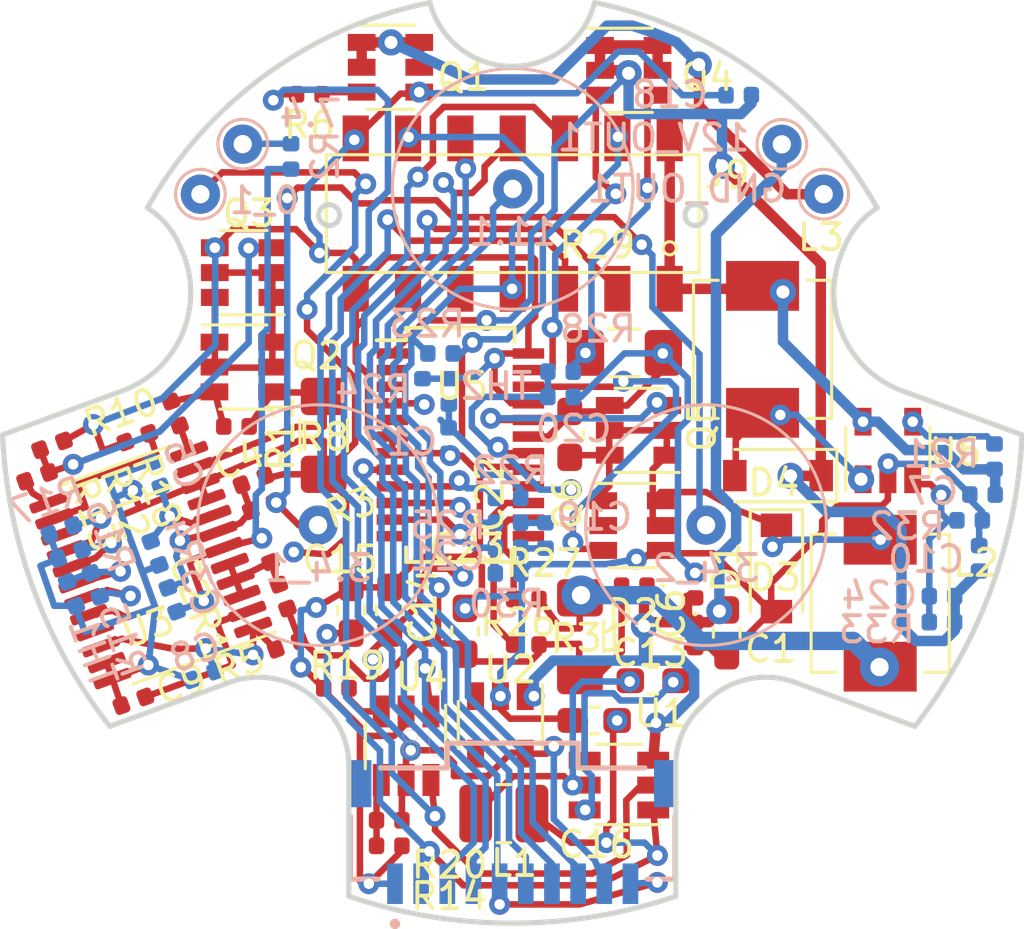
<source format=kicad_pcb>
(kicad_pcb (version 20171130) (host pcbnew "(5.1.6)-1")
  (layers (0 F.Cu signal) (31 B.Cu signal) (34 B.Paste user) (35 F.Paste user) (36 B.SilkS user) (37 F.SilkS user) (38 B.Mask user) (39 F.Mask user) (44 Edge.Cuts user))
  (net 0 "")
  (net 1 Earth)
  (net 2 "Net-(C2-Pad2)")
  (net 3 "Net-(C2-Pad1)")
  (net 4 "Net-(C3-Pad1)")
  (net 5 -BATT)
  (net 6 "Net-(C5-Pad1)")
  (net 7 "Net-(C8-Pad2)")
  (net 8 "Net-(C9-Pad1)")
  (net 9 "Net-(C13-Pad1)")
  (net 10 "Net-(C13-Pad2)")
  (net 11 +3V3)
  (net 12 +5V)
  (net 13 "Net-(C17-Pad1)")
  (net 14 "Net-(C19-Pad2)")
  (net 15 "Net-(C20-Pad2)")
  (net 16 +12V)
  (net 17 "Net-(C21-Pad2)")
  (net 18 "Net-(C22-Pad1)")
  (net 19 +BATT)
  (net 20 IMU_INT)
  (net 21 GPS_INT)
  (net 22 ~INT~)
  (net 23 SDA)
  (net 24 SCL)
  (net 25 ~TS_EOC~)
  (net 26 "Net-(J9-Pad9)")
  (net 27 "Net-(J9-Pad11)")
  (net 28 "Net-(L2-Pad2)")
  (net 29 "Net-(Q2-Pad1)")
  (net 30 "Net-(Q2-Pad2)")
  (net 31 "Net-(Q2-Pad3)")
  (net 32 "Net-(Q3-Pad2)")
  (net 33 "Net-(Q4-Pad3)")
  (net 34 "Net-(Q4-Pad2)")
  (net 35 "Net-(Q5-Pad2)")
  (net 36 "Net-(Q6-Pad2)")
  (net 37 ~DELAYED_OFF~)
  (net 38 "Net-(R10-Pad2)")
  (net 39 "Net-(R13-Pad2)")
  (net 40 "Net-(R14-Pad2)")
  (net 41 "Net-(R15-Pad2)")
  (net 42 "Net-(R15-Pad1)")
  (net 43 "Net-(R16-Pad2)")
  (net 44 "Net-(R17-Pad2)")
  (net 45 "Net-(R18-Pad2)")
  (net 46 "Net-(R19-Pad2)")
  (net 47 "Net-(R22-Pad1)")
  (net 48 "Net-(R24-Pad2)")
  (net 49 "Net-(R25-Pad2)")
  (net 50 "Net-(R26-Pad2)")
  (net 51 "Net-(R27-Pad2)")
  (net 52 "Net-(U2-Pad3)")
  (net 53 "Net-(U3-Pad15)")
  (net 54 "Net-(U3-Pad21)")
  (net 55 "Net-(U5-Pad3)")
  (net 56 "Net-(U5-Pad12)")
  (net 57 "Net-(U5-Pad16)")
  (net 58 "Net-(U5-Pad2)")
  (net 59 "Net-(U5-Pad5)")
  (net 60 "Net-(U5-Pad13)")
  (net 61 "Net-(Q1-Pad2)")
  (net 62 VCC)
  (net 63 "Net-(D4-Pad2)")
  (net 64 "Net-(R21-Pad1)")
  (net 65 "Net-(C24-Pad1)")
  (net 66 "Net-(7.4-Pad1)")
  (net 67 "Net-(3.4_1-Pad1)")
  (net 68 +15V)
  (net 69 "Net-(12V_OUT1-Pad1)")
  (net 70 "Net-(GND_OUT1-Pad1)")
  (net 71 ~SHT_DWN_SIG~)
  (module Package_TO_SOT_SMD:SOT-23-5 (layer F.Cu) (at 151.93 113.53 270)
    (fp_text reference U2 (at -2.12 -0.38 180) (layer F.SilkS))
    (fp_text value TPS70933DBV)
    (pad 5 smd rect (at 1.1 -0.95 270) (size 1.06 0.65) (layers F.Cu F.Paste F.Mask) (net 11 +3V3))
    (pad 4 smd rect (at 1.1 0.95 270) (size 1.06 0.65) (layers F.Cu F.Paste F.Mask))
    (pad 3 smd rect (at -1.1 0.95 270) (size 1.06 0.65) (layers F.Cu F.Paste F.Mask) (net 52 "Net-(U2-Pad3)"))
    (pad 2 smd rect (at -1.1 0 270) (size 1.06 0.65) (layers F.Cu F.Paste F.Mask) (net 1 Earth))
    (pad 1 smd rect (at -1.1 -0.95 270) (size 1.06 0.65) (layers F.Cu F.Paste F.Mask) (net 69 "Net-(12V_OUT1-Pad1)"))
  )
  (module Custom:TruHole_Batter_Contact_Pad_with_9mm_clear (layer B.Cu) (at 152.4 93.0402)
    (fp_text reference 11.1 (at 0 1.648) (layer B.SilkS) (effects (justify mirror)))
    (fp_text value 11.1)
    (pad 1 thru_hole circle (at 0 0) (size 1.5 1.5) (drill 0.7) (layers *.Cu *.Mask) (net 19 +BATT))
  )
  (module Capacitor_SMD:C_0402_1005Metric (layer F.Cu) (at 142.49 104.18 200)
    (fp_text reference C4 (at 0.262872 0.915095 20) (layer F.SilkS))
    (fp_text value 0.1uF)
    (pad 1 smd roundrect (at -0.485 0 200) (size 0.59 0.64) (layers F.Cu F.Paste F.Mask) (net 5 -BATT))
    (pad 2 smd roundrect (at 0.485 0 200) (size 0.59 0.64) (layers F.Cu F.Paste F.Mask) (net 4 "Net-(C3-Pad1)"))
  )
  (module Capacitor_SMD:C_0402_1005Metric (layer B.Cu) (at 139.38412 108.744249 290)
    (fp_text reference C3 (at 0.056438 -1.103102 110) (layer B.SilkS) (effects (justify mirror)))
    (fp_text value 0.1uF)
    (pad 1 smd roundrect (at -0.485 0 290) (size 0.59 0.64) (layers B.Cu B.Paste B.Mask) (net 4 "Net-(C3-Pad1)"))
    (pad 2 smd roundrect (at 0.485 0 290) (size 0.59 0.64) (layers B.Cu B.Paste B.Mask) (net 3 "Net-(C2-Pad1)"))
  )
  (module Inductor_SMD:L_1008_2520Metric (layer F.Cu) (at 152.06 116.92)
    (fp_text reference L1 (at 0.39 1.89) (layer F.SilkS))
    (fp_text value 4.7uH)
    (pad 2 smd roundrect (at 1.075 0) (size 1.25 2.2) (layers F.Cu F.Paste F.Mask) (roundrect_rratio 0.2) (net 12 +5V))
    (pad 1 smd roundrect (at -1.075 0) (size 1.25 2.2) (layers F.Cu F.Paste F.Mask) (roundrect_rratio 0.2) (net 9 "Net-(C13-Pad1)"))
  )
  (module Custom:Molex_87340-1424_B (layer F.Cu) (at 153.9 88.6098)
    (fp_text reference J9 (at 6.7042 3.897) (layer F.SilkS))
    (fp_text value "Molex 087340-1424")
    (pad 1 smd rect (at 4.5 8.25) (size 1 1.75) (layers F.Cu F.Paste F.Mask) (net 16 +12V))
    (pad 2 smd rect (at 4.5 2.5) (size 1 1.75) (layers F.Cu F.Paste F.Mask) (net 16 +12V))
    (pad 3 smd rect (at 2.5 8.25) (size 1 1.75) (layers F.Cu F.Paste F.Mask) (net 22 ~INT~))
    (pad 4 smd rect (at 2.5 2.5) (size 1 1.75) (layers F.Cu F.Paste F.Mask) (net 25 ~TS_EOC~))
    (pad 5 smd rect (at 0.5 8.25) (size 1 1.75) (layers F.Cu F.Paste F.Mask) (net 24 SCL))
    (pad 6 smd rect (at 0.5 2.5) (size 1 1.75) (layers F.Cu F.Paste F.Mask) (net 23 SDA))
    (pad 7 smd rect (at -1.5 8.25) (size 1 1.75) (layers F.Cu F.Paste F.Mask) (net 11 +3V3))
    (pad 8 smd rect (at -1.5 2.5) (size 1 1.75) (layers F.Cu F.Paste F.Mask) (net 21 GPS_INT))
    (pad 9 smd rect (at -3.5 8.25) (size 1 1.75) (layers F.Cu F.Paste F.Mask) (net 26 "Net-(J9-Pad9)"))
    (pad 10 smd rect (at -3.5 2.5) (size 1 1.75) (layers F.Cu F.Paste F.Mask) (net 20 IMU_INT))
    (pad 11 smd rect (at -5.5 8.25) (size 1 1.75) (layers F.Cu F.Paste F.Mask) (net 27 "Net-(J9-Pad11)"))
    (pad 12 smd rect (at -5.5 2.5) (size 1 1.75) (layers F.Cu F.Paste F.Mask) (net 11 +3V3))
    (pad 13 smd rect (at -7.5 8.25) (size 1 1.75) (layers F.Cu F.Paste F.Mask) (net 1 Earth))
    (pad 14 smd rect (at -7.5 2.5) (size 1 1.75) (layers F.Cu F.Paste F.Mask) (net 1 Earth))
  )
  (module Package_SO:TSSOP-24_4.4x7.8mm_P0.65mm (layer F.Cu) (at 138.564461 107.422366 200)
    (fp_text reference U3 (at 0.91136 -2.198517 20) (layer F.SilkS))
    (fp_text value BQ77915)
    (pad 1 smd roundrect (at -2.8625 -3.575 200) (size 1.475 0.4) (layers F.Cu F.Paste F.Mask) (net 7 "Net-(C8-Pad2)"))
    (pad 2 smd roundrect (at -2.8625 -2.925 200) (size 1.475 0.4) (layers F.Cu F.Paste F.Mask) (net 8 "Net-(C9-Pad1)"))
    (pad 3 smd roundrect (at -2.8625 -2.275 200) (size 1.475 0.4) (layers F.Cu F.Paste F.Mask) (net 2 "Net-(C2-Pad2)"))
    (pad 4 smd roundrect (at -2.8625 -1.625 200) (size 1.475 0.4) (layers F.Cu F.Paste F.Mask) (net 2 "Net-(C2-Pad2)"))
    (pad 5 smd roundrect (at -2.8625 -0.975 200) (size 1.475 0.4) (layers F.Cu F.Paste F.Mask) (net 2 "Net-(C2-Pad2)"))
    (pad 6 smd roundrect (at -2.8625 -0.325 200) (size 1.475 0.4) (layers F.Cu F.Paste F.Mask) (net 3 "Net-(C2-Pad1)"))
    (pad 7 smd roundrect (at -2.8625 0.325 200) (size 1.475 0.4) (layers F.Cu F.Paste F.Mask) (net 4 "Net-(C3-Pad1)"))
    (pad 8 smd roundrect (at -2.8625 0.975 200) (size 1.475 0.4) (layers F.Cu F.Paste F.Mask) (net 6 "Net-(C5-Pad1)"))
    (pad 9 smd roundrect (at -2.8625 1.625 200) (size 1.475 0.4) (layers F.Cu F.Paste F.Mask) (net 5 -BATT))
    (pad 10 smd roundrect (at -2.8625 2.275 200) (size 1.475 0.4) (layers F.Cu F.Paste F.Mask) (net 5 -BATT))
    (pad 11 smd roundrect (at -2.8625 2.925 200) (size 1.475 0.4) (layers F.Cu F.Paste F.Mask) (net 31 "Net-(Q2-Pad3)"))
    (pad 12 smd roundrect (at -2.8625 3.575 200) (size 1.475 0.4) (layers F.Cu F.Paste F.Mask) (net 38 "Net-(R10-Pad2)"))
    (pad 13 smd roundrect (at 2.8625 3.575 200) (size 1.475 0.4) (layers F.Cu F.Paste F.Mask) (net 39 "Net-(R13-Pad2)"))
    (pad 14 smd roundrect (at 2.8625 2.925 200) (size 1.475 0.4) (layers F.Cu F.Paste F.Mask) (net 45 "Net-(R18-Pad2)"))
    (pad 15 smd roundrect (at 2.8625 2.275 200) (size 1.475 0.4) (layers F.Cu F.Paste F.Mask) (net 53 "Net-(U3-Pad15)"))
    (pad 16 smd roundrect (at 2.8625 1.625 200) (size 1.475 0.4) (layers F.Cu F.Paste F.Mask) (net 44 "Net-(R17-Pad2)"))
    (pad 17 smd roundrect (at 2.8625 0.975 200) (size 1.475 0.4) (layers F.Cu F.Paste F.Mask) (net 43 "Net-(R16-Pad2)"))
    (pad 18 smd roundrect (at 2.8625 0.325 200) (size 1.475 0.4) (layers F.Cu F.Paste F.Mask) (net 42 "Net-(R15-Pad1)"))
    (pad 19 smd roundrect (at 2.8625 -0.325 200) (size 1.475 0.4) (layers F.Cu F.Paste F.Mask) (net 41 "Net-(R15-Pad2)"))
    (pad 20 smd roundrect (at 2.8625 -0.975 200) (size 1.475 0.4) (layers F.Cu F.Paste F.Mask) (net 5 -BATT))
    (pad 21 smd roundrect (at 2.8625 -1.625 200) (size 1.475 0.4) (layers F.Cu F.Paste F.Mask) (net 54 "Net-(U3-Pad21)"))
    (pad 22 smd roundrect (at 2.8625 -2.275 200) (size 1.475 0.4) (layers F.Cu F.Paste F.Mask) (net 7 "Net-(C8-Pad2)"))
    (pad 23 smd roundrect (at 2.8625 -2.925 200) (size 1.475 0.4) (layers F.Cu F.Paste F.Mask) (net 5 -BATT))
    (pad 24 smd roundrect (at 2.8625 -3.575 200) (size 1.475 0.4) (layers F.Cu F.Paste F.Mask) (net 5 -BATT))
  )
  (module Custom:TruHole_Batter_Contact_Pad_with_9mm_clear (layer B.Cu) (at 159.7914 105.8926)
    (fp_text reference 3.4_2 (at 0 1.648) (layer B.SilkS) (effects (justify mirror)))
    (fp_text value 3.4+)
    (pad 1 thru_hole circle (at 0 0) (size 1.5 1.5) (drill 0.7) (layers *.Cu *.Mask) (net 67 "Net-(3.4_1-Pad1)"))
  )
  (module Custom:TruHole_Batter_Contact_Pad_with_9mm_clear (layer B.Cu) (at 144.9578 105.8926)
    (fp_text reference 3.4_1 (at 0 1.648) (layer B.SilkS) (effects (justify mirror)))
    (fp_text value 3.4-)
    (pad 1 thru_hole circle (at 0 0) (size 1.5 1.5) (drill 0.7) (layers *.Cu *.Mask) (net 67 "Net-(3.4_1-Pad1)"))
  )
  (module Capacitor_SMD:C_0402_1005Metric (layer B.Cu) (at 170.2308 107.1626 90)
    (fp_text reference C10 (at -0.0254 -2.032 180) (layer B.SilkS) (effects (justify mirror)))
    (fp_text value 4.7uF)
    (pad 2 smd roundrect (at 0.485 0 90) (size 0.59 0.64) (layers B.Cu B.Paste B.Mask) (net 1 Earth))
    (pad 1 smd roundrect (at -0.485 0 90) (size 0.59 0.64) (layers B.Cu B.Paste B.Mask) (net 68 +15V))
  )
  (module Diode_SMD:D_SOD-123 (layer F.Cu) (at 162.54 104 180)
    (fp_text reference D4 (at 0.16 -0.27) (layer F.SilkS))
    (fp_text value CRS08)
    (pad 2 smd rect (at 1.65 0 180) (size 0.9 1.2) (layers F.Cu F.Paste F.Mask) (net 63 "Net-(D4-Pad2)"))
    (pad 1 smd rect (at -1.65 0 180) (size 0.9 1.2) (layers F.Cu F.Paste F.Mask) (net 68 +15V))
  )
  (module Diode_SMD:D_SOD-123 (layer F.Cu) (at 162.48 107.55 270)
    (fp_text reference D3 (at 0.35 0.04 180) (layer F.SilkS))
    (fp_text value CRS08)
    (pad 2 smd rect (at 1.65 0 270) (size 0.9 1.2) (layers F.Cu F.Paste F.Mask) (net 1 Earth))
    (pad 1 smd rect (at -1.65 0 270) (size 0.9 1.2) (layers F.Cu F.Paste F.Mask) (net 18 "Net-(C22-Pad1)"))
  )
  (module Package_TO_SOT_SMD:SOT-23-5 (layer F.Cu) (at 166.74 103.04 90)
    (fp_text reference U6 (at -0.07 2.59 180) (layer F.SilkS))
    (fp_text value LMR62014XMF)
    (pad 5 smd rect (at 1.1 -0.95 90) (size 1.06 0.65) (layers F.Cu F.Paste F.Mask) (net 16 +12V))
    (pad 4 smd rect (at 1.1 0.95 90) (size 1.06 0.65) (layers F.Cu F.Paste F.Mask) (net 64 "Net-(R21-Pad1)"))
    (pad 3 smd rect (at -1.1 0.95 90) (size 1.06 0.65) (layers F.Cu F.Paste F.Mask) (net 65 "Net-(C24-Pad1)"))
    (pad 2 smd rect (at -1.1 0 90) (size 1.06 0.65) (layers F.Cu F.Paste F.Mask) (net 1 Earth))
    (pad 1 smd rect (at -1.1 -0.95 90) (size 1.06 0.65) (layers F.Cu F.Paste F.Mask) (net 63 "Net-(D4-Pad2)"))
  )
  (module Resistor_SMD:R_0402_1005Metric (layer B.Cu) (at 168.8084 109.601)
    (fp_text reference R33 (at -2.4892 0.2794) (layer B.SilkS) (effects (justify mirror)))
    (fp_text value 150K)
    (pad 2 smd roundrect (at 0.485 0) (size 0.59 0.64) (layers B.Cu B.Paste B.Mask) (net 68 +15V))
    (pad 1 smd roundrect (at -0.485 0) (size 0.59 0.64) (layers B.Cu B.Paste B.Mask) (net 65 "Net-(C24-Pad1)"))
  )
  (module Resistor_SMD:R_0402_1005Metric (layer B.Cu) (at 169.865 105.71)
    (fp_text reference R32 (at -2.3876 0.2286) (layer B.SilkS) (effects (justify mirror)))
    (fp_text value 13.3K)
    (pad 2 smd roundrect (at 0.485 0) (size 0.59 0.64) (layers B.Cu B.Paste B.Mask) (net 1 Earth))
    (pad 1 smd roundrect (at -0.485 0) (size 0.59 0.64) (layers B.Cu B.Paste B.Mask) (net 65 "Net-(C24-Pad1)"))
  )
  (module Resistor_SMD:R_0402_1005Metric (layer B.Cu) (at 170.815 103.2764 270)
    (fp_text reference R21 (at -0.1016 2.032 180) (layer B.SilkS) (effects (justify mirror)))
    (fp_text value 47K)
    (pad 2 smd roundrect (at 0.485 0 270) (size 0.59 0.64) (layers B.Cu B.Paste B.Mask) (net 16 +12V))
    (pad 1 smd roundrect (at -0.485 0 270) (size 0.59 0.64) (layers B.Cu B.Paste B.Mask) (net 64 "Net-(R21-Pad1)"))
  )
  (module Inductor_SMD:L_Vishay_IHLP-2020 (layer F.Cu) (at 161.95 99.175 270)
    (fp_text reference L3 (at -4.285 -2.23 180) (layer F.SilkS))
    (fp_text value "10uH IHLP2020")
    (pad 2 smd rect (at 2.4265 0 270) (size 1.903 2.79) (layers F.Cu F.Paste F.Mask) (net 63 "Net-(D4-Pad2)"))
    (pad 1 smd rect (at -2.4265 0 270) (size 1.903 2.79) (layers F.Cu F.Paste F.Mask) (net 16 +12V))
  )
  (module Capacitor_SMD:C_0402_1005Metric (layer B.Cu) (at 168.8084 108.6104)
    (fp_text reference C24 (at -2.3876 -0.0254) (layer B.SilkS) (effects (justify mirror)))
    (fp_text value 1.75uF)
    (pad 2 smd roundrect (at 0.485 0) (size 0.59 0.64) (layers B.Cu B.Paste B.Mask) (net 68 +15V))
    (pad 1 smd roundrect (at -0.485 0) (size 0.59 0.64) (layers B.Cu B.Paste B.Mask) (net 65 "Net-(C24-Pad1)"))
  )
  (module Capacitor_SMD:C_0402_1005Metric (layer B.Cu) (at 170.3578 104.7242)
    (fp_text reference C7 (at -1.905 -0.127 180) (layer B.SilkS) (effects (justify mirror)))
    (fp_text value 2.2uF)
    (pad 2 smd roundrect (at 0.485 0) (size 0.59 0.64) (layers B.Cu B.Paste B.Mask) (net 16 +12V))
    (pad 1 smd roundrect (at -0.485 0) (size 0.59 0.64) (layers B.Cu B.Paste B.Mask) (net 1 Earth))
  )
  (module Custom:SOT-23-6_mosfet (layer F.Cu) (at 156.96 105.91)
    (fp_text reference Q6 (at -2.48 -0.83 90) (layer F.SilkS))
    (fp_text value FDC645N)
    (pad 1 smd rect (at 1.1 0) (size 1.06 0.65) (layers F.Cu F.Paste F.Mask) (net 18 "Net-(C22-Pad1)"))
    (pad 1 smd rect (at 1.1 -0.95) (size 1.06 0.65) (layers F.Cu F.Paste F.Mask) (net 18 "Net-(C22-Pad1)"))
    (pad 3 smd rect (at 1.1 0.95) (size 1.06 0.65) (layers F.Cu F.Paste F.Mask) (net 1 Earth))
    (pad 2 smd rect (at -1.1 0.95) (size 1.06 0.65) (layers F.Cu F.Paste F.Mask) (net 36 "Net-(Q6-Pad2)"))
    (pad 1 smd rect (at -1.1 0) (size 1.06 0.65) (layers F.Cu F.Paste F.Mask) (net 18 "Net-(C22-Pad1)"))
    (pad 1 smd rect (at -1.1 -0.95) (size 1.06 0.65) (layers F.Cu F.Paste F.Mask) (net 18 "Net-(C22-Pad1)"))
  )
  (module Custom:SOT-23-6_mosfet (layer F.Cu) (at 157.21 102.27 180)
    (fp_text reference Q5 (at -2.43 0.18 270) (layer F.SilkS))
    (fp_text value Si3483CDV)
    (pad 1 smd rect (at 1.1 0 180) (size 1.06 0.65) (layers F.Cu F.Paste F.Mask) (net 18 "Net-(C22-Pad1)"))
    (pad 1 smd rect (at 1.1 -0.95 180) (size 1.06 0.65) (layers F.Cu F.Paste F.Mask) (net 18 "Net-(C22-Pad1)"))
    (pad 3 smd rect (at 1.1 0.95 180) (size 1.06 0.65) (layers F.Cu F.Paste F.Mask) (net 62 VCC))
    (pad 2 smd rect (at -1.1 0.95 180) (size 1.06 0.65) (layers F.Cu F.Paste F.Mask) (net 35 "Net-(Q5-Pad2)"))
    (pad 1 smd rect (at -1.1 0 180) (size 1.06 0.65) (layers F.Cu F.Paste F.Mask) (net 18 "Net-(C22-Pad1)"))
    (pad 1 smd rect (at -1.1 -0.95 180) (size 1.06 0.65) (layers F.Cu F.Paste F.Mask) (net 18 "Net-(C22-Pad1)"))
  )
  (module Custom:SOT-23-6_mosfet (layer F.Cu) (at 156.8372 88.5088)
    (fp_text reference Q4 (at 3.005 0.2642) (layer F.SilkS))
    (fp_text value Si3483CDV)
    (pad 1 smd rect (at 1.1 0) (size 1.06 0.65) (layers F.Cu F.Paste F.Mask) (net 68 +15V))
    (pad 1 smd rect (at 1.1 -0.95) (size 1.06 0.65) (layers F.Cu F.Paste F.Mask) (net 68 +15V))
    (pad 3 smd rect (at 1.1 0.95) (size 1.06 0.65) (layers F.Cu F.Paste F.Mask) (net 33 "Net-(Q4-Pad3)"))
    (pad 2 smd rect (at -1.1 0.95) (size 1.06 0.65) (layers F.Cu F.Paste F.Mask) (net 34 "Net-(Q4-Pad2)"))
    (pad 1 smd rect (at -1.1 0) (size 1.06 0.65) (layers F.Cu F.Paste F.Mask) (net 68 +15V))
    (pad 1 smd rect (at -1.1 -0.95) (size 1.06 0.65) (layers F.Cu F.Paste F.Mask) (net 68 +15V))
  )
  (module Custom:SOT-23-6_mosfet (layer F.Cu) (at 142.113 96.2406 180)
    (fp_text reference Q3 (at -0.207 2.2606) (layer F.SilkS))
    (fp_text value FDC645N)
    (pad 1 smd rect (at 1.1 0 180) (size 1.06 0.65) (layers F.Cu F.Paste F.Mask) (net 29 "Net-(Q2-Pad1)"))
    (pad 1 smd rect (at 1.1 -0.95 180) (size 1.06 0.65) (layers F.Cu F.Paste F.Mask) (net 29 "Net-(Q2-Pad1)"))
    (pad 3 smd rect (at 1.1 0.95 180) (size 1.06 0.65) (layers F.Cu F.Paste F.Mask) (net 1 Earth))
    (pad 2 smd rect (at -1.1 0.95 180) (size 1.06 0.65) (layers F.Cu F.Paste F.Mask) (net 32 "Net-(Q3-Pad2)"))
    (pad 1 smd rect (at -1.1 0 180) (size 1.06 0.65) (layers F.Cu F.Paste F.Mask) (net 29 "Net-(Q2-Pad1)"))
    (pad 1 smd rect (at -1.1 -0.95 180) (size 1.06 0.65) (layers F.Cu F.Paste F.Mask) (net 29 "Net-(Q2-Pad1)"))
  )
  (module Custom:SOT-23-6_mosfet (layer F.Cu) (at 142.1 99.85)
    (fp_text reference Q2 (at 2.8 -0.43) (layer F.SilkS))
    (fp_text value FDC645N)
    (pad 1 smd rect (at -1.1 -0.95) (size 1.06 0.65) (layers F.Cu F.Paste F.Mask) (net 29 "Net-(Q2-Pad1)"))
    (pad 1 smd rect (at -1.1 0) (size 1.06 0.65) (layers F.Cu F.Paste F.Mask) (net 29 "Net-(Q2-Pad1)"))
    (pad 2 smd rect (at -1.1 0.95) (size 1.06 0.65) (layers F.Cu F.Paste F.Mask) (net 30 "Net-(Q2-Pad2)"))
    (pad 3 smd rect (at 1.1 0.95) (size 1.06 0.65) (layers F.Cu F.Paste F.Mask) (net 31 "Net-(Q2-Pad3)"))
    (pad 1 smd rect (at 1.1 -0.95) (size 1.06 0.65) (layers F.Cu F.Paste F.Mask) (net 29 "Net-(Q2-Pad1)"))
    (pad 1 smd rect (at 1.1 0) (size 1.06 0.65) (layers F.Cu F.Paste F.Mask) (net 29 "Net-(Q2-Pad1)"))
  )
  (module Custom:SOT-23-6_mosfet (layer F.Cu) (at 147.7264 88.392)
    (fp_text reference Q1 (at 2.7936 0.378) (layer F.SilkS))
    (fp_text value FDC645N)
    (pad 1 smd rect (at 1.1 0) (size 1.06 0.65) (layers F.Cu F.Paste F.Mask) (net 70 "Net-(GND_OUT1-Pad1)"))
    (pad 1 smd rect (at 1.1 -0.95) (size 1.06 0.65) (layers F.Cu F.Paste F.Mask) (net 70 "Net-(GND_OUT1-Pad1)"))
    (pad 3 smd rect (at 1.1 0.95) (size 1.06 0.65) (layers F.Cu F.Paste F.Mask) (net 1 Earth))
    (pad 2 smd rect (at -1.1 0.95) (size 1.06 0.65) (layers F.Cu F.Paste F.Mask) (net 61 "Net-(Q1-Pad2)"))
    (pad 1 smd rect (at -1.1 0) (size 1.06 0.65) (layers F.Cu F.Paste F.Mask) (net 70 "Net-(GND_OUT1-Pad1)"))
    (pad 1 smd rect (at -1.1 -0.95) (size 1.06 0.65) (layers F.Cu F.Paste F.Mask) (net 70 "Net-(GND_OUT1-Pad1)"))
  )
  (module Inductor_SMD:L_Vishay_IHLP-2020 (layer F.Cu) (at 166.4462 108.8779 270)
    (fp_text reference L2 (at -1.5375 -3.6576 180) (layer F.SilkS))
    (fp_text value "10uH IHLP2020")
    (pad 1 smd rect (at -2.4265 0 270) (size 1.903 2.79) (layers F.Cu F.Paste F.Mask) (net 18 "Net-(C22-Pad1)"))
    (pad 2 smd rect (at 2.4265 0 270) (size 1.903 2.79) (layers F.Cu F.Paste F.Mask) (net 28 "Net-(L2-Pad2)"))
  )
  (module Resistor_SMD:R_1206_3216Metric_Pad1.42x1.75mm_HandSolder (layer F.Cu) (at 156.67 99.31 180)
    (fp_text reference R29 (at 1.04 4.13) (layer F.SilkS))
    (fp_text value 0.033)
    (pad 2 smd roundrect (at 1.4875 0 180) (size 1.425 1.75) (layers F.Cu F.Paste F.Mask) (roundrect_rratio 0.175439) (net 33 "Net-(Q4-Pad3)"))
    (pad 1 smd roundrect (at -1.4875 0 180) (size 1.425 1.75) (layers F.Cu F.Paste F.Mask) (roundrect_rratio 0.175439) (net 62 VCC))
  )
  (module Resistor_SMD:R_1206_3216Metric_Pad1.42x1.75mm_HandSolder (layer F.Cu) (at 154.97 110.16 90)
    (fp_text reference R31 (at -0.05 0.34 180) (layer F.SilkS))
    (fp_text value 0.025)
    (pad 1 smd roundrect (at -1.4875 0 90) (size 1.425 1.75) (layers F.Cu F.Paste F.Mask) (roundrect_rratio 0.175439) (net 19 +BATT))
    (pad 2 smd roundrect (at 1.4875 0 90) (size 1.425 1.75) (layers F.Cu F.Paste F.Mask) (roundrect_rratio 0.175439) (net 28 "Net-(L2-Pad2)"))
  )
  (module Resistor_SMD:R_1206_3216Metric_Pad1.42x1.75mm_HandSolder (layer F.Cu) (at 145.175 102.4625 270)
    (fp_text reference R8 (at 0.0675 0.005 180) (layer F.SilkS))
    (fp_text value 0.001)
    (pad 2 smd roundrect (at 1.4875 0 270) (size 1.425 1.75) (layers F.Cu F.Paste F.Mask) (roundrect_rratio 0.175439) (net 5 -BATT))
    (pad 1 smd roundrect (at -1.4875 0 270) (size 1.425 1.75) (layers F.Cu F.Paste F.Mask) (roundrect_rratio 0.175439) (net 31 "Net-(Q2-Pad3)"))
  )
  (module Capacitor_SMD:C_0402_1005Metric (layer B.Cu) (at 161.0384 89.4588)
    (fp_text reference C18 (at -2.6284 -0.0288) (layer B.SilkS) (effects (justify mirror)))
    (fp_text value 0.1Uf)
    (pad 2 smd roundrect (at 0.485 0) (size 0.59 0.64) (layers B.Cu B.Paste B.Mask) (net 68 +15V))
    (pad 1 smd roundrect (at -0.485 0) (size 0.59 0.64) (layers B.Cu B.Paste B.Mask) (net 1 Earth))
  )
  (module Capacitor_SMD:C_0402_1005Metric (layer B.Cu) (at 149.95 102.66 270)
    (fp_text reference C17 (at 0.05 1.8796) (layer B.SilkS) (effects (justify mirror)))
    (fp_text value 0.47uF)
    (pad 2 smd roundrect (at 0.485 0 270) (size 0.59 0.64) (layers B.Cu B.Paste B.Mask) (net 1 Earth))
    (pad 1 smd roundrect (at -0.485 0 270) (size 0.59 0.64) (layers B.Cu B.Paste B.Mask) (net 13 "Net-(C17-Pad1)"))
  )
  (module Resistor_SMD:R_0402_1005Metric (layer F.Cu) (at 138.05 102.55 20)
    (fp_text reference R18 (at 0.003628 2.182885 290) (layer F.SilkS))
    (fp_text value 450K)
    (pad 2 smd roundrect (at 0.485 0 20) (size 0.59 0.64) (layers F.Cu F.Paste F.Mask) (net 45 "Net-(R18-Pad2)"))
    (pad 1 smd roundrect (at -0.485 0 20) (size 0.59 0.64) (layers F.Cu F.Paste F.Mask) (net 1 Earth))
  )
  (module TestPoint:TestPoint_THTPad_D1.5mm_Drill0.7mm (layer B.Cu) (at 164.2872 93.2434)
    (fp_text reference GND_OUT1 (at -5.2272 -0.2034) (layer B.SilkS) (effects (justify mirror)))
    (fp_text value GND_OUT)
    (pad 1 thru_hole circle (at 0 0) (size 1.5 1.5) (drill 0.7) (layers *.Cu *.Mask) (net 70 "Net-(GND_OUT1-Pad1)"))
  )
  (module TestPoint:TestPoint_THTPad_D1.5mm_Drill0.7mm (layer B.Cu) (at 162.687 91.3384)
    (fp_text reference 12V_OUT1 (at -4.9022 -0.254) (layer B.SilkS) (effects (justify mirror)))
    (fp_text value 12V_OUT)
    (pad 1 thru_hole circle (at 0 0) (size 1.5 1.5) (drill 0.7) (layers *.Cu *.Mask) (net 69 "Net-(12V_OUT1-Pad1)"))
  )
  (module TestPoint:TestPoint_THTPad_D1.5mm_Drill0.7mm (layer B.Cu) (at 142.08 91.33)
    (fp_text reference 7.4 (at 2.59 -1.16) (layer B.SilkS) (effects (justify mirror)))
    (fp_text value 7.4)
    (pad 1 thru_hole circle (at 0 0) (size 1.5 1.5) (drill 0.7) (layers *.Cu *.Mask) (net 66 "Net-(7.4-Pad1)"))
  )
  (module TestPoint:TestPoint_THTPad_D1.5mm_Drill0.7mm (layer B.Cu) (at 140.462 93.2434)
    (fp_text reference 0_1 (at 2.448 0.2366) (layer B.SilkS) (effects (justify mirror)))
    (fp_text value 0)
    (pad 1 thru_hole circle (at 0 0) (size 1.5 1.5) (drill 0.7) (layers *.Cu *.Mask) (net 5 -BATT))
  )
  (module Capacitor_SMD:C_0603_1608Metric_Pad1.05x0.95mm_HandSolder (layer F.Cu) (at 160.58 110.01 90)
    (fp_text reference C1 (at -0.62 1.67 180) (layer F.SilkS))
    (fp_text value 10uF)
    (pad 2 smd roundrect (at 0.875 0 90) (size 1.05 0.95) (layers F.Cu F.Paste F.Mask) (net 69 "Net-(12V_OUT1-Pad1)"))
    (pad 1 smd roundrect (at -0.875 0 90) (size 1.05 0.95) (layers F.Cu F.Paste F.Mask) (net 1 Earth))
  )
  (module Capacitor_SMD:C_0402_1005Metric (layer F.Cu) (at 142.975 106.85 290)
    (fp_text reference C2 (at 0.052047 3.131663 110) (layer F.SilkS))
    (fp_text value 0.1uF)
    (pad 1 smd roundrect (at -0.485 0 290) (size 0.59 0.64) (layers F.Cu F.Paste F.Mask) (net 3 "Net-(C2-Pad1)"))
    (pad 2 smd roundrect (at 0.485 0 290) (size 0.59 0.64) (layers F.Cu F.Paste F.Mask) (net 2 "Net-(C2-Pad2)"))
  )
  (module Capacitor_SMD:C_0402_1005Metric (layer B.Cu) (at 138.78 103.96 110)
    (fp_text reference C5 (at 0.025306 1.099993 290) (layer B.SilkS) (effects (justify mirror)))
    (fp_text value 0.1uF)
    (pad 1 smd roundrect (at -0.485 0 110) (size 0.59 0.64) (layers B.Cu B.Paste B.Mask) (net 6 "Net-(C5-Pad1)"))
    (pad 2 smd roundrect (at 0.485 0 110) (size 0.59 0.64) (layers B.Cu B.Paste B.Mask) (net 5 -BATT))
  )
  (module Capacitor_SMD:C_0402_1005Metric (layer F.Cu) (at 159.37 110.09 90)
    (fp_text reference C6 (at 0.81 -0.91 270) (layer F.SilkS))
    (fp_text value 1uF)
    (pad 2 smd roundrect (at 0.485 0 90) (size 0.59 0.64) (layers F.Cu F.Paste F.Mask) (net 69 "Net-(12V_OUT1-Pad1)"))
    (pad 1 smd roundrect (at -0.485 0 90) (size 0.59 0.64) (layers F.Cu F.Paste F.Mask) (net 1 Earth))
  )
  (module Capacitor_SMD:C_0402_1005Metric (layer B.Cu) (at 140.569249 111.64088 20)
    (fp_text reference C8 (at 0.026917 -0.948899 200) (layer B.SilkS) (effects (justify mirror)))
    (fp_text value 1uF)
    (pad 2 smd roundrect (at 0.485 0 20) (size 0.59 0.64) (layers B.Cu B.Paste B.Mask) (net 7 "Net-(C8-Pad2)"))
    (pad 1 smd roundrect (at -0.485 0 20) (size 0.59 0.64) (layers B.Cu B.Paste B.Mask) (net 5 -BATT))
  )
  (module Capacitor_SMD:C_0402_1005Metric (layer F.Cu) (at 137.9 112.625 200)
    (fp_text reference C9 (at -1.93682 -0.029192 20) (layer F.SilkS))
    (fp_text value 1uF)
    (pad 1 smd roundrect (at -0.485 0 200) (size 0.59 0.64) (layers F.Cu F.Paste F.Mask) (net 8 "Net-(C9-Pad1)"))
    (pad 2 smd roundrect (at 0.485 0 200) (size 0.59 0.64) (layers F.Cu F.Paste F.Mask) (net 5 -BATT))
  )
  (module Capacitor_SMD:C_0603_1608Metric_Pad1.05x0.95mm_HandSolder (layer F.Cu) (at 157.77 111.84)
    (fp_text reference C13 (at -0.12 -1.06) (layer F.SilkS))
    (fp_text value 10uF)
    (pad 1 smd roundrect (at -0.875 0) (size 1.05 0.95) (layers F.Cu F.Paste F.Mask) (net 9 "Net-(C13-Pad1)"))
    (pad 2 smd roundrect (at 0.875 0) (size 1.05 0.95) (layers F.Cu F.Paste F.Mask) (net 10 "Net-(C13-Pad2)"))
  )
  (module Capacitor_SMD:C_0603_1608Metric_Pad1.05x0.95mm_HandSolder (layer F.Cu) (at 147.7 109.1474 270)
    (fp_text reference C14 (at -0.1574 -1.27 90) (layer F.SilkS))
    (fp_text value 4.7uF)
    (pad 2 smd roundrect (at 0.875 0 270) (size 1.05 0.95) (layers F.Cu F.Paste F.Mask) (net 11 +3V3))
    (pad 1 smd roundrect (at -0.875 0 270) (size 1.05 0.95) (layers F.Cu F.Paste F.Mask) (net 1 Earth))
  )
  (module Capacitor_SMD:C_0603_1608Metric_Pad1.05x0.95mm_HandSolder (layer F.Cu) (at 146.225 109.1474 270)
    (fp_text reference C15 (at -1.9374 0.425 180) (layer F.SilkS))
    (fp_text value 10uF)
    (pad 1 smd roundrect (at -0.875 0 270) (size 1.05 0.95) (layers F.Cu F.Paste F.Mask) (net 1 Earth))
    (pad 2 smd roundrect (at 0.875 0 270) (size 1.05 0.95) (layers F.Cu F.Paste F.Mask) (net 12 +5V))
  )
  (module Capacitor_SMD:C_0603_1608Metric_Pad1.05x0.95mm_HandSolder (layer F.Cu) (at 155.515 113.36)
    (fp_text reference C16 (at 0.075 4.74) (layer F.SilkS))
    (fp_text value 10uF)
    (pad 2 smd roundrect (at 0.875 0) (size 1.05 0.95) (layers F.Cu F.Paste F.Mask) (net 12 +5V))
    (pad 1 smd roundrect (at -0.875 0) (size 1.05 0.95) (layers F.Cu F.Paste F.Mask) (net 1 Earth))
  )
  (module Capacitor_SMD:C_0402_1005Metric (layer B.Cu) (at 153.65 106.29 90)
    (fp_text reference C19 (at 0.71 1.87) (layer B.SilkS) (effects (justify mirror)))
    (fp_text value 0.12uF)
    (pad 2 smd roundrect (at 0.485 0 90) (size 0.59 0.64) (layers B.Cu B.Paste B.Mask) (net 14 "Net-(C19-Pad2)"))
    (pad 1 smd roundrect (at -0.485 0 90) (size 0.59 0.64) (layers B.Cu B.Paste B.Mask) (net 1 Earth))
  )
  (module Capacitor_SMD:C_0402_1005Metric (layer B.Cu) (at 154.2288 100.9904 180)
    (fp_text reference C20 (at -0.5012 -1.2196 180) (layer B.SilkS) (effects (justify mirror)))
    (fp_text value 15nF)
    (pad 2 smd roundrect (at 0.485 0 180) (size 0.59 0.64) (layers B.Cu B.Paste B.Mask) (net 15 "Net-(C20-Pad2)"))
    (pad 1 smd roundrect (at -0.485 0 180) (size 0.59 0.64) (layers B.Cu B.Paste B.Mask) (net 62 VCC))
  )
  (module Capacitor_SMD:C_0402_1005Metric (layer B.Cu) (at 152.22 106.7558 180)
    (fp_text reference C21 (at 2.33 -0.3442 180) (layer B.SilkS) (effects (justify mirror)))
    (fp_text value 4.7nF)
    (pad 2 smd roundrect (at 0.485 0 180) (size 0.59 0.64) (layers B.Cu B.Paste B.Mask) (net 17 "Net-(C21-Pad2)"))
    (pad 1 smd roundrect (at -0.485 0 180) (size 0.59 0.64) (layers B.Cu B.Paste B.Mask) (net 1 Earth))
  )
  (module Capacitor_SMD:C_0603_1608Metric_Pad1.05x0.95mm_HandSolder (layer F.Cu) (at 154.58 102.425 90)
    (fp_text reference C22 (at -2.295 -3.05 90) (layer F.SilkS))
    (fp_text value 20uF)
    (pad 2 smd roundrect (at 0.875 0 90) (size 1.05 0.95) (layers F.Cu F.Paste F.Mask) (net 62 VCC))
    (pad 1 smd roundrect (at -0.875 0 90) (size 1.05 0.95) (layers F.Cu F.Paste F.Mask) (net 18 "Net-(C22-Pad1)"))
  )
  (module Capacitor_SMD:C_0603_1608Metric_Pad1.05x0.95mm_HandSolder (layer F.Cu) (at 150.58 109.95 270)
    (fp_text reference C23 (at -3.19 -0.07 180) (layer F.SilkS))
    (fp_text value 20uF)
    (pad 1 smd roundrect (at -0.875 0 270) (size 1.05 0.95) (layers F.Cu F.Paste F.Mask) (net 1 Earth))
    (pad 2 smd roundrect (at 0.875 0 270) (size 1.05 0.95) (layers F.Cu F.Paste F.Mask) (net 19 +BATT))
  )
  (module Diode_SMD:D_0402_1005Metric (layer F.Cu) (at 159.37 108.19 90)
    (fp_text reference D1 (at 0.69 1.19 90) (layer F.SilkS))
    (fp_text value BAS5202VH6327)
    (pad 1 smd roundrect (at -0.485 0 90) (size 0.59 0.64) (layers F.Cu F.Paste F.Mask) (net 69 "Net-(12V_OUT1-Pad1)"))
    (pad 2 smd roundrect (at 0.485 0 90) (size 0.59 0.64) (layers F.Cu F.Paste F.Mask) (net 62 VCC))
  )
  (module Diode_SMD:D_0402_1005Metric (layer F.Cu) (at 157.0472 108.2096 180)
    (fp_text reference D2 (at 0.0572 -1.0504) (layer F.SilkS))
    (fp_text value BAS5202VH6327)
    (pad 2 smd roundrect (at 0.485 0 180) (size 0.59 0.64) (layers F.Cu F.Paste F.Mask) (net 19 +BATT))
    (pad 1 smd roundrect (at -0.485 0 180) (size 0.59 0.64) (layers F.Cu F.Paste F.Mask) (net 69 "Net-(12V_OUT1-Pad1)"))
  )
  (module Custom:SAMTEC_T1M-10-F-SH-L-K (layer B.Cu) (at 152.4 119.6)
    (fp_text reference J8 (at -3.5306 -5.3254) (layer B.SilkS) (effects (font (thickness 0.015)) (justify mirror)))
    (fp_text value T1M-10-F-SH-L-K)
    (pad S2 smd rect (at 5.8 -3.825) (size 0.8 1.8) (layers B.Cu B.Paste B.Mask))
    (pad S1 smd rect (at -5.8 -3.825) (size 0.8 1.8) (layers B.Cu B.Paste B.Mask))
    (pad 10 smd rect (at 4.5 0) (size 0.6 1.55) (layers B.Cu B.Paste B.Mask) (net 71 ~SHT_DWN_SIG~))
    (pad 09 smd rect (at 3.5 0) (size 0.6 1.55) (layers B.Cu B.Paste B.Mask) (net 11 +3V3))
    (pad 08 smd rect (at 2.5 0) (size 0.6 1.55) (layers B.Cu B.Paste B.Mask) (net 20 IMU_INT))
    (pad 07 smd rect (at 1.5 0) (size 0.6 1.55) (layers B.Cu B.Paste B.Mask) (net 21 GPS_INT))
    (pad 06 smd rect (at 0.5 0) (size 0.6 1.55) (layers B.Cu B.Paste B.Mask) (net 22 ~INT~))
    (pad 05 smd rect (at -0.5 0) (size 0.6 1.55) (layers B.Cu B.Paste B.Mask) (net 71 ~SHT_DWN_SIG~))
    (pad 04 smd rect (at -1.5 0) (size 0.6 1.55) (layers B.Cu B.Paste B.Mask) (net 23 SDA))
    (pad 03 smd rect (at -2.5 0) (size 0.6 1.55) (layers B.Cu B.Paste B.Mask) (net 24 SCL))
    (pad 02 smd rect (at -3.5 0) (size 0.6 1.55) (layers B.Cu B.Paste B.Mask) (net 12 +5V))
    (pad 01 smd rect (at -4.5 0) (size 0.6 1.55) (layers B.Cu B.Paste B.Mask) (net 1 Earth))
  )
  (module Resistor_SMD:R_0402_1005Metric (layer F.Cu) (at 143.625 108.625 290)
    (fp_text reference R1 (at 0.319894 3.112092 110) (layer F.SilkS))
    (fp_text value 1K)
    (pad 2 smd roundrect (at 0.485 0 290) (size 0.59 0.64) (layers F.Cu F.Paste F.Mask) (net 19 +BATT))
    (pad 1 smd roundrect (at -0.485 0 290) (size 0.59 0.64) (layers F.Cu F.Paste F.Mask) (net 2 "Net-(C2-Pad2)"))
  )
  (module Resistor_SMD:R_0402_1005Metric (layer B.Cu) (at 143.925 91.8 90)
    (fp_text reference R2 (at 0.02 1.305 270) (layer B.SilkS) (effects (justify mirror)))
    (fp_text value 1K)
    (pad 2 smd roundrect (at 0.485 0 90) (size 0.59 0.64) (layers B.Cu B.Paste B.Mask) (net 66 "Net-(7.4-Pad1)"))
    (pad 1 smd roundrect (at -0.485 0 90) (size 0.59 0.64) (layers B.Cu B.Paste B.Mask) (net 3 "Net-(C2-Pad1)"))
  )
  (module Resistor_SMD:R_0402_1005Metric (layer F.Cu) (at 142.844249 105.17588 20)
    (fp_text reference R3 (at 3.147681 1.192614 20) (layer F.SilkS))
    (fp_text value 1K)
    (pad 1 smd roundrect (at -0.485 0 20) (size 0.59 0.64) (layers F.Cu F.Paste F.Mask) (net 4 "Net-(C3-Pad1)"))
    (pad 2 smd roundrect (at 0.485 0 20) (size 0.59 0.64) (layers F.Cu F.Paste F.Mask) (net 67 "Net-(3.4_1-Pad1)"))
  )
  (module Resistor_SMD:R_0402_1005Metric (layer B.Cu) (at 138.73 106.96 290)
    (fp_text reference R4 (at -0.030711 -1.210423 290) (layer B.SilkS) (effects (justify mirror)))
    (fp_text value 1K)
    (pad 1 smd roundrect (at -0.485 0 290) (size 0.59 0.64) (layers B.Cu B.Paste B.Mask) (net 6 "Net-(C5-Pad1)"))
    (pad 2 smd roundrect (at 0.485 0 290) (size 0.59 0.64) (layers B.Cu B.Paste B.Mask) (net 5 -BATT))
  )
  (module Resistor_SMD:R_0402_1005Metric (layer F.Cu) (at 143.8 110.475 20)
    (fp_text reference R5 (at -2.006053 0.07331 20) (layer F.SilkS))
    (fp_text value 1K)
    (pad 1 smd roundrect (at -0.485 0 20) (size 0.59 0.64) (layers F.Cu F.Paste F.Mask) (net 7 "Net-(C8-Pad2)"))
    (pad 2 smd roundrect (at 0.485 0 20) (size 0.59 0.64) (layers F.Cu F.Paste F.Mask) (net 19 +BATT))
  )
  (module Resistor_SMD:R_0402_1005Metric (layer F.Cu) (at 144.625 89.425)
    (fp_text reference R6 (at 0.005 1.175 180) (layer F.SilkS))
    (fp_text value 1K)
    (pad 2 smd roundrect (at 0.485 0) (size 0.59 0.64) (layers F.Cu F.Paste F.Mask) (net 61 "Net-(Q1-Pad2)"))
    (pad 1 smd roundrect (at -0.485 0) (size 0.59 0.64) (layers F.Cu F.Paste F.Mask) (net 37 ~DELAYED_OFF~))
  )
  (module Resistor_SMD:R_0402_1005Metric (layer F.Cu) (at 139.5 101.625 290)
    (fp_text reference R10 (at -0.740871 1.933193 20) (layer F.SilkS))
    (fp_text value 4.5K)
    (pad 1 smd roundrect (at -0.485 0 290) (size 0.59 0.64) (layers F.Cu F.Paste F.Mask) (net 30 "Net-(Q2-Pad2)"))
    (pad 2 smd roundrect (at 0.485 0 290) (size 0.59 0.64) (layers F.Cu F.Paste F.Mask) (net 38 "Net-(R10-Pad2)"))
  )
  (module Resistor_SMD:R_0402_1005Metric (layer F.Cu) (at 141.84 102.12 180)
    (fp_text reference R11 (at -1.69 -0.26 90) (layer F.SilkS))
    (fp_text value 1M)
    (pad 2 smd roundrect (at 0.485 0 180) (size 0.59 0.64) (layers F.Cu F.Paste F.Mask) (net 30 "Net-(Q2-Pad2)"))
    (pad 1 smd roundrect (at -0.485 0 180) (size 0.59 0.64) (layers F.Cu F.Paste F.Mask) (net 31 "Net-(Q2-Pad3)"))
  )
  (module Resistor_SMD:R_0402_1005Metric (layer F.Cu) (at 134.79 102.84 200)
    (fp_text reference R12 (at -1.878695 -3.02498 290) (layer F.SilkS))
    (fp_text value 1M)
    (pad 1 smd roundrect (at -0.485 0 200) (size 0.59 0.64) (layers F.Cu F.Paste F.Mask) (net 1 Earth))
    (pad 2 smd roundrect (at 0.485 0 200) (size 0.59 0.64) (layers F.Cu F.Paste F.Mask) (net 32 "Net-(Q3-Pad2)"))
  )
  (module Resistor_SMD:R_0402_1005Metric (layer F.Cu) (at 134.22 104.05 200)
    (fp_text reference R13 (at -1.544067 -2.073127 290) (layer F.SilkS))
    (fp_text value 1K)
    (pad 1 smd roundrect (at -0.485 0 200) (size 0.59 0.64) (layers F.Cu F.Paste F.Mask) (net 32 "Net-(Q3-Pad2)"))
    (pad 2 smd roundrect (at 0.485 0 200) (size 0.59 0.64) (layers F.Cu F.Paste F.Mask) (net 39 "Net-(R13-Pad2)"))
  )
  (module Resistor_SMD:R_0402_1005Metric (layer F.Cu) (at 147.68 118.15 180)
    (fp_text reference R14 (at -2.29 -1.93) (layer F.SilkS))
    (fp_text value 1M)
    (pad 1 smd roundrect (at -0.485 0 180) (size 0.59 0.64) (layers F.Cu F.Paste F.Mask) (net 1 Earth))
    (pad 2 smd roundrect (at 0.485 0 180) (size 0.59 0.64) (layers F.Cu F.Paste F.Mask) (net 40 "Net-(R14-Pad2)"))
  )
  (module Resistor_SMD:R_0402_1005Metric (layer B.Cu) (at 136.45 108.175 290)
    (fp_text reference R15 (at 2.333754 -0.257328 290) (layer B.SilkS) (effects (justify mirror)))
    (fp_text value 10K)
    (pad 2 smd roundrect (at 0.485 0 290) (size 0.59 0.64) (layers B.Cu B.Paste B.Mask) (net 41 "Net-(R15-Pad2)"))
    (pad 1 smd roundrect (at -0.485 0 290) (size 0.59 0.64) (layers B.Cu B.Paste B.Mask) (net 42 "Net-(R15-Pad1)"))
  )
  (module Resistor_SMD:R_0402_1005Metric (layer B.Cu) (at 135.48 107 20)
    (fp_text reference R16 (at 1.671167 -0.147311 290) (layer B.SilkS) (effects (justify mirror)))
    (fp_text value 100K)
    (pad 2 smd roundrect (at 0.485 0 20) (size 0.59 0.64) (layers B.Cu B.Paste B.Mask) (net 43 "Net-(R16-Pad2)"))
    (pad 1 smd roundrect (at -0.485 0 20) (size 0.59 0.64) (layers B.Cu B.Paste B.Mask) (net 5 -BATT))
  )
  (module Resistor_SMD:R_0402_1005Metric (layer B.Cu) (at 135.144249 106.07588 20)
    (fp_text reference R17 (at -0.149431 -1.209958 200) (layer B.SilkS) (effects (justify mirror)))
    (fp_text value 10K)
    (pad 1 smd roundrect (at -0.485 0 20) (size 0.59 0.64) (layers B.Cu B.Paste B.Mask) (net 5 -BATT))
    (pad 2 smd roundrect (at 0.485 0 20) (size 0.59 0.64) (layers B.Cu B.Paste B.Mask) (net 44 "Net-(R17-Pad2)"))
  )
  (module Resistor_SMD:R_0402_1005Metric (layer F.Cu) (at 145.66 112.13)
    (fp_text reference R19 (at 0.41 -0.86) (layer F.SilkS))
    (fp_text value 250K)
    (pad 2 smd roundrect (at 0.485 0) (size 0.59 0.64) (layers F.Cu F.Paste F.Mask) (net 46 "Net-(R19-Pad2)"))
    (pad 1 smd roundrect (at -0.485 0) (size 0.59 0.64) (layers F.Cu F.Paste F.Mask) (net 1 Earth))
  )
  (module Resistor_SMD:R_0402_1005Metric (layer F.Cu) (at 147.68 117.175)
    (fp_text reference R20 (at 2.31 1.705) (layer F.SilkS))
    (fp_text value 887K)
    (pad 2 smd roundrect (at 0.485 0) (size 0.59 0.64) (layers F.Cu F.Paste F.Mask) (net 11 +3V3))
    (pad 1 smd roundrect (at -0.485 0) (size 0.59 0.64) (layers F.Cu F.Paste F.Mask) (net 40 "Net-(R14-Pad2)"))
  )
  (module Resistor_SMD:R_0402_1005Metric (layer B.Cu) (at 152.22 104.85)
    (fp_text reference R22 (at 0.08 -1.05 180) (layer B.SilkS) (effects (justify mirror)))
    (fp_text value 32.4K)
    (pad 2 smd roundrect (at 0.485 0) (size 0.59 0.64) (layers B.Cu B.Paste B.Mask) (net 13 "Net-(C17-Pad1)"))
    (pad 1 smd roundrect (at -0.485 0) (size 0.59 0.64) (layers B.Cu B.Paste B.Mask) (net 47 "Net-(R22-Pad1)"))
  )
  (module Resistor_SMD:R_0402_1005Metric (layer B.Cu) (at 149.64 99.33)
    (fp_text reference R23 (at -0.51 -1.13 -180) (layer B.SilkS) (effects (justify mirror)))
    (fp_text value 100K)
    (pad 2 smd roundrect (at 0.485 0) (size 0.59 0.64) (layers B.Cu B.Paste B.Mask) (net 25 ~TS_EOC~))
    (pad 1 smd roundrect (at -0.485 0) (size 0.59 0.64) (layers B.Cu B.Paste B.Mask) (net 11 +3V3))
  )
  (module Resistor_SMD:R_0402_1005Metric (layer B.Cu) (at 148.95 100.78 270)
    (fp_text reference R24 (at -0.08 1.89) (layer B.SilkS) (effects (justify mirror)))
    (fp_text value 309K)
    (pad 2 smd roundrect (at 0.485 0 270) (size 0.59 0.64) (layers B.Cu B.Paste B.Mask) (net 48 "Net-(R24-Pad2)"))
    (pad 1 smd roundrect (at -0.485 0 270) (size 0.59 0.64) (layers B.Cu B.Paste B.Mask) (net 1 Earth))
  )
  (module Resistor_SMD:R_0402_1005Metric (layer B.Cu) (at 152.22 105.8 180)
    (fp_text reference R25 (at 2.29 -0.11 180) (layer B.SilkS) (effects (justify mirror)))
    (fp_text value 6.04K)
    (pad 2 smd roundrect (at 0.485 0 180) (size 0.59 0.64) (layers B.Cu B.Paste B.Mask) (net 49 "Net-(R25-Pad2)"))
    (pad 1 smd roundrect (at -0.485 0 180) (size 0.59 0.64) (layers B.Cu B.Paste B.Mask) (net 14 "Net-(C19-Pad2)"))
  )
  (module Resistor_SMD:R_0402_1005Metric (layer F.Cu) (at 152.92 110.46 180)
    (fp_text reference R26 (at 0.32 0.85 180) (layer F.SilkS))
    (fp_text value 3.01K)
    (pad 2 smd roundrect (at 0.485 0 180) (size 0.59 0.64) (layers F.Cu F.Paste F.Mask) (net 50 "Net-(R26-Pad2)"))
    (pad 1 smd roundrect (at -0.485 0 180) (size 0.59 0.64) (layers F.Cu F.Paste F.Mask) (net 19 +BATT))
  )
  (module Resistor_SMD:R_0402_1005Metric (layer F.Cu) (at 152.92 108.72 180)
    (fp_text reference R27 (at -0.65 1.37) (layer F.SilkS))
    (fp_text value 3.01K)
    (pad 1 smd roundrect (at -0.485 0 180) (size 0.59 0.64) (layers F.Cu F.Paste F.Mask) (net 28 "Net-(L2-Pad2)"))
    (pad 2 smd roundrect (at 0.485 0 180) (size 0.59 0.64) (layers F.Cu F.Paste F.Mask) (net 51 "Net-(R27-Pad2)"))
  )
  (module Resistor_SMD:R_0402_1005Metric (layer B.Cu) (at 154.2288 100.0252 180)
    (fp_text reference R28 (at -1.4312 1.6352 180) (layer B.SilkS) (effects (justify mirror)))
    (fp_text value 4.99K)
    (pad 1 smd roundrect (at -0.485 0 180) (size 0.59 0.64) (layers B.Cu B.Paste B.Mask) (net 33 "Net-(Q4-Pad3)"))
    (pad 2 smd roundrect (at 0.485 0 180) (size 0.59 0.64) (layers B.Cu B.Paste B.Mask) (net 15 "Net-(C20-Pad2)"))
  )
  (module Resistor_SMD:R_0402_1005Metric (layer B.Cu) (at 152.22 107.74 180)
    (fp_text reference R30 (at 0.05 -1.16 180) (layer B.SilkS) (effects (justify mirror)))
    (fp_text value 26.7K)
    (pad 1 smd roundrect (at -0.485 0 180) (size 0.59 0.64) (layers B.Cu B.Paste B.Mask) (net 1 Earth))
    (pad 2 smd roundrect (at 0.485 0 180) (size 0.59 0.64) (layers B.Cu B.Paste B.Mask) (net 17 "Net-(C21-Pad2)"))
  )
  (module Resistor_SMD:R_0402_1005Metric (layer B.Cu) (at 135.53412 108.519249 110)
    (fp_text reference TH1 (at -2.362451 -0.002262 290) (layer B.SilkS) (effects (justify mirror)))
    (fp_text value 10K)
    (pad 1 smd roundrect (at -0.485 0 110) (size 0.59 0.64) (layers B.Cu B.Paste B.Mask) (net 5 -BATT))
    (pad 2 smd roundrect (at 0.485 0 110) (size 0.59 0.64) (layers B.Cu B.Paste B.Mask) (net 42 "Net-(R15-Pad1)"))
  )
  (module Resistor_SMD:R_0402_1005Metric (layer B.Cu) (at 149.96 100.78 270)
    (fp_text reference TH2 (at -0.2 -1.8) (layer B.SilkS) (effects (justify mirror)))
    (fp_text value 10K)
    (pad 2 smd roundrect (at 0.485 0 270) (size 0.59 0.64) (layers B.Cu B.Paste B.Mask) (net 13 "Net-(C17-Pad1)"))
    (pad 1 smd roundrect (at -0.485 0 270) (size 0.59 0.64) (layers B.Cu B.Paste B.Mask) (net 1 Earth))
  )
  (module Package_TO_SOT_SMD:TSOT-23-6 (layer F.Cu) (at 156.46 115.83 180)
    (fp_text reference U1 (at -1.6002 2.7432) (layer F.SilkS))
    (fp_text value AP63205)
    (pad 6 smd rect (at 1.31 -0.95 180) (size 1.22 0.65) (layers F.Cu F.Paste F.Mask) (net 10 "Net-(C13-Pad2)"))
    (pad 5 smd rect (at 1.31 0 180) (size 1.22 0.65) (layers F.Cu F.Paste F.Mask) (net 9 "Net-(C13-Pad1)"))
    (pad 4 smd rect (at 1.31 0.95 180) (size 1.22 0.65) (layers F.Cu F.Paste F.Mask) (net 1 Earth))
    (pad 3 smd rect (at -1.31 0.95 180) (size 1.22 0.65) (layers F.Cu F.Paste F.Mask) (net 69 "Net-(12V_OUT1-Pad1)"))
    (pad 2 smd rect (at -1.31 0 180) (size 1.22 0.65) (layers F.Cu F.Paste F.Mask) (net 37 ~DELAYED_OFF~))
    (pad 1 smd rect (at -1.31 -0.95 180) (size 1.22 0.65) (layers F.Cu F.Paste F.Mask) (net 12 +5V))
  )
  (module Package_TO_SOT_SMD:TSOT-23-6 (layer F.Cu) (at 148.325 114.325 270)
    (fp_text reference U4 (at -2.635 -0.595 180) (layer F.SilkS))
    (fp_text value LTC6994xS6-1)
    (pad 6 smd rect (at 1.31 -0.95 270) (size 1.22 0.65) (layers F.Cu F.Paste F.Mask) (net 37 ~DELAYED_OFF~))
    (pad 5 smd rect (at 1.31 0 270) (size 1.22 0.65) (layers F.Cu F.Paste F.Mask) (net 11 +3V3))
    (pad 4 smd rect (at 1.31 0.95 270) (size 1.22 0.65) (layers F.Cu F.Paste F.Mask) (net 40 "Net-(R14-Pad2)"))
    (pad 3 smd rect (at -1.31 0.95 270) (size 1.22 0.65) (layers F.Cu F.Paste F.Mask) (net 46 "Net-(R19-Pad2)"))
    (pad 2 smd rect (at -1.31 0 270) (size 1.22 0.65) (layers F.Cu F.Paste F.Mask) (net 1 Earth))
    (pad 1 smd rect (at -1.31 -0.95 270) (size 1.22 0.65) (layers F.Cu F.Paste F.Mask) (net 71 ~SHT_DWN_SIG~))
  )
  (module Package_SO:SSOP-24_3.9x8.7mm_P0.635mm (layer F.Cu) (at 150.4 102.825)
    (fp_text reference U5 (at 0.06 -2.245) (layer F.SilkS))
    (fp_text value LTC4007)
    (pad 1 smd rect (at -2.6 -3.4925) (size 1.2 0.4) (layers F.Cu F.Paste F.Mask) (net 68 +15V))
    (pad 2 smd rect (at -2.6 -2.8575) (size 1.2 0.4) (layers F.Cu F.Paste F.Mask) (net 58 "Net-(U5-Pad2)"))
    (pad 3 smd rect (at -2.6 -2.2225) (size 1.2 0.4) (layers F.Cu F.Paste F.Mask) (net 55 "Net-(U5-Pad3)"))
    (pad 4 smd rect (at -2.6 -1.5875) (size 1.2 0.4) (layers F.Cu F.Paste F.Mask) (net 48 "Net-(R24-Pad2)"))
    (pad 5 smd rect (at -2.6 -0.9525) (size 1.2 0.4) (layers F.Cu F.Paste F.Mask) (net 59 "Net-(U5-Pad5)"))
    (pad 6 smd rect (at -2.6 -0.3175) (size 1.2 0.4) (layers F.Cu F.Paste F.Mask) (net 1 Earth))
    (pad 7 smd rect (at -2.6 0.3175) (size 1.2 0.4) (layers F.Cu F.Paste F.Mask) (net 1 Earth))
    (pad 8 smd rect (at -2.6 0.9525) (size 1.2 0.4) (layers F.Cu F.Paste F.Mask) (net 71 ~SHT_DWN_SIG~))
    (pad 9 smd rect (at -2.6 1.5875) (size 1.2 0.4) (layers F.Cu F.Paste F.Mask) (net 47 "Net-(R22-Pad1)"))
    (pad 10 smd rect (at -2.6 2.2225) (size 1.2 0.4) (layers F.Cu F.Paste F.Mask) (net 49 "Net-(R25-Pad2)"))
    (pad 11 smd rect (at -2.6 2.8575) (size 1.2 0.4) (layers F.Cu F.Paste F.Mask) (net 17 "Net-(C21-Pad2)"))
    (pad 12 smd rect (at -2.6 3.4925) (size 1.2 0.4) (layers F.Cu F.Paste F.Mask) (net 56 "Net-(U5-Pad12)"))
    (pad 13 smd rect (at 2.6 3.4925) (size 1.2 0.4) (layers F.Cu F.Paste F.Mask) (net 60 "Net-(U5-Pad13)"))
    (pad 14 smd rect (at 2.6 2.8575) (size 1.2 0.4) (layers F.Cu F.Paste F.Mask) (net 51 "Net-(R27-Pad2)"))
    (pad 15 smd rect (at 2.6 2.2225) (size 1.2 0.4) (layers F.Cu F.Paste F.Mask) (net 50 "Net-(R26-Pad2)"))
    (pad 16 smd rect (at 2.6 1.5875) (size 1.2 0.4) (layers F.Cu F.Paste F.Mask) (net 57 "Net-(U5-Pad16)"))
    (pad 17 smd rect (at 2.6 0.9525) (size 1.2 0.4) (layers F.Cu F.Paste F.Mask) (net 25 ~TS_EOC~))
    (pad 18 smd rect (at 2.6 0.3175) (size 1.2 0.4) (layers F.Cu F.Paste F.Mask) (net 15 "Net-(C20-Pad2)"))
    (pad 19 smd rect (at 2.6 -0.3175) (size 1.2 0.4) (layers F.Cu F.Paste F.Mask) (net 62 VCC))
    (pad 20 smd rect (at 2.6 -0.9525) (size 1.2 0.4) (layers F.Cu F.Paste F.Mask) (net 35 "Net-(Q5-Pad2)"))
    (pad 21 smd rect (at 2.6 -1.5875) (size 1.2 0.4) (layers F.Cu F.Paste F.Mask) (net 1 Earth))
    (pad 22 smd rect (at 2.6 -2.2225) (size 1.2 0.4) (layers F.Cu F.Paste F.Mask) (net 36 "Net-(Q6-Pad2)"))
    (pad 23 smd rect (at 2.6 -2.8575) (size 1.2 0.4) (layers F.Cu F.Paste F.Mask) (net 34 "Net-(Q4-Pad2)"))
    (pad 24 smd rect (at 2.6 -3.4925) (size 1.2 0.4) (layers F.Cu F.Paste F.Mask) (net 1 Earth))
  )
  (gr_line (start 144.983799 112.658659) (end 145.255479 112.930339) (layer Edge.Cuts) (width 0.2))
  (gr_arc (start 152.384159 101.607975) (end 149.237361 85.920475) (angle -49.3148294) (layer Edge.Cuts) (width 0.2))
  (gr_arc (start 152.384159 101.607975) (end 146.134159 120.079237) (angle -37.38788185) (layer Edge.Cuts) (width 0.2))
  (gr_circle (center 145.384159 94.042466) (end 145.784159 94.042466) (layer Edge.Cuts) (width 0.2))
  (gr_circle (center 159.384158 94.042466) (end 159.784158 94.042466) (layer Edge.Cuts) (width 0.2))
  (gr_arc (start 152.384159 85.107975) (end 149.237361 85.920475) (angle -151.0449756) (layer Edge.Cuts) (width 0.2))
  (gr_line (start 163.203313 111.906094) (end 167.772713 113.58472) (layer Edge.Cuts) (width 0.2))
  (gr_arc (start 168.676261 97.008141) (end 165.063259 95.291684) (angle -95.23991875) (layer Edge.Cuts) (width 0.2))
  (gr_arc (start 152.384159 101.607975) (end 132.901979 102.441426) (angle -35.44360471) (layer Edge.Cuts) (width 0.2))
  (gr_line (start 136.995605 113.58472) (end 141.565005 111.906094) (layer Edge.Cuts) (width 0.2))
  (gr_arc (start 152.384159 101.607975) (end 166.331443 93.767488) (angle -49.3148294) (layer Edge.Cuts) (width 0.2))
  (gr_arc (start 168.076591 96.509195) (end 166.331443 93.767488) (angle -35.52174176) (layer Edge.Cuts) (width 0.2))
  (gr_arc (start 136.691727 96.509195) (end 139.705059 95.291684) (angle -35.52174176) (layer Edge.Cuts) (width 0.2))
  (gr_line (start 137.471378 100.762801) (end 132.901979 102.441426) (layer Edge.Cuts) (width 0.2))
  (gr_line (start 171.866339 102.441426) (end 167.29694 100.762801) (layer Edge.Cuts) (width 0.2))
  (gr_arc (start 161.634158 115.051659) (end 159.512838 112.930339) (angle -45) (layer Edge.Cuts) (width 0.2))
  (gr_arc (start 152.384159 101.607975) (end 167.772713 113.58472) (angle -35.44360471) (layer Edge.Cuts) (width 0.2))
  (gr_arc (start 162.082615 114.956756) (end 163.203313 111.906094) (angle -65.17143126) (layer Edge.Cuts) (width 0.2))
  (gr_line (start 159.512837 112.930339) (end 159.784517 112.658659) (layer Edge.Cuts) (width 0.2))
  (gr_arc (start 143.134159 115.051659) (end 146.134159 115.051659) (angle -45) (layer Edge.Cuts) (width 0.2))
  (gr_line (start 158.634158 120.079237) (end 158.634158 115.051659) (layer Edge.Cuts) (width 0.2))
  (gr_arc (start 142.685703 114.956756) (end 144.9838 112.658659) (angle -65.17143126) (layer Edge.Cuts) (width 0.2))
  (gr_arc (start 136.092057 97.008141) (end 137.471378 100.762801) (angle -95.23991875) (layer Edge.Cuts) (width 0.2))
  (gr_line (start 146.134159 115.051659) (end 146.134159 120.079237) (layer Edge.Cuts) (width 0.2))
  (segment (start 136.736502 103.04324) (end 137.6 102.725) (width 0.25) (layer F.Cu) (net 1))
  (segment (start 136.736502 103.04324) (end 136.375 102.05) (width 0.25) (layer F.Cu) (net 1))
  (via (at 136.375 102.05) (size 0.8) (drill 0.4) (layers F.Cu B.Cu) (net 1))
  (segment (start 147.8 102.5075) (end 147.8 103.1425) (width 0.25) (layer F.Cu) (net 1))
  (segment (start 146.431 108.2724) (end 147.7 108.2724) (width 0.25) (layer F.Cu) (net 1))
  (segment (start 147.9 119.6) (end 146.9 119.6) (width 0.25) (layer B.Cu) (net 1))
  (segment (start 146.9 119.6) (end 146.9 119.6) (width 0.25) (layer B.Cu) (net 1))
  (via (at 146.9 119.6) (size 0.8) (drill 0.4) (layers F.Cu B.Cu) (net 1))
  (segment (start 148.165 118.335) (end 148.165 118.15) (width 0.25) (layer F.Cu) (net 1))
  (segment (start 146.9 119.6) (end 148.165 118.335) (width 0.25) (layer F.Cu) (net 1))
  (segment (start 148.325 113.485) (end 148.325 113.015) (width 0.25) (layer F.Cu) (net 1))
  (segment (start 146.559169 113.95) (end 147.86 113.95) (width 0.25) (layer F.Cu) (net 1))
  (segment (start 147.86 113.95) (end 148.325 113.485) (width 0.25) (layer F.Cu) (net 1))
  (segment (start 146.559169 113.599169) (end 145.1 112.14) (width 0.25) (layer F.Cu) (net 1))
  (segment (start 146.559169 119.489169) (end 146.559169 113.599169) (width 0.25) (layer F.Cu) (net 1))
  (segment (start 146.9 119.6) (end 146.67 119.6) (width 0.25) (layer F.Cu) (net 1))
  (segment (start 146.67 119.6) (end 146.559169 119.489169) (width 0.25) (layer F.Cu) (net 1))
  (segment (start 155.15 113.37) (end 155.16 113.36) (width 0.25) (layer F.Cu) (net 1))
  (segment (start 155.15 114.88) (end 155.15 113.37) (width 0.25) (layer F.Cu) (net 1))
  (segment (start 135.245751 102.67412) (end 136.375 102.05) (width 0.25) (layer F.Cu) (net 1))
  (via (at 144.299918 111.323782) (size 0.8) (drill 0.4) (layers F.Cu B.Cu) (net 1))
  (segment (start 144.368782 111.323782) (end 144.299918 111.323782) (width 0.25) (layer F.Cu) (net 1))
  (segment (start 145.175 112.13) (end 144.368782 111.323782) (width 0.25) (layer F.Cu) (net 1))
  (segment (start 146.874999 102.332501) (end 147.049998 102.5075) (width 0.25) (layer F.Cu) (net 1))
  (segment (start 146.874999 100.137899) (end 146.874999 102.332501) (width 0.25) (layer F.Cu) (net 1))
  (segment (start 146.4 99.6629) (end 146.874999 100.137899) (width 0.25) (layer F.Cu) (net 1))
  (segment (start 147.049998 102.5075) (end 147.8 102.5075) (width 0.25) (layer F.Cu) (net 1))
  (segment (start 146.4 98.33) (end 146.4 99.6629) (width 0.25) (layer F.Cu) (net 1))
  (segment (start 146.4 96.8598) (end 146.4 98.33) (width 0.25) (layer F.Cu) (net 1))
  (segment (start 159.92 110.575) (end 160.3 110.955) (width 0.25) (layer F.Cu) (net 1))
  (segment (start 159.06 110.575) (end 159.92 110.575) (width 0.25) (layer F.Cu) (net 1))
  (segment (start 160.5192 110.955) (end 162.2806 109.1936) (width 0.25) (layer F.Cu) (net 1))
  (segment (start 160.3 110.955) (end 160.5192 110.955) (width 0.25) (layer F.Cu) (net 1))
  (segment (start 144.89 109.04) (end 144.299918 109.150082) (width 0.25) (layer B.Cu) (net 1))
  (via (at 144.89 109.04) (size 0.8) (drill 0.4) (layers F.Cu B.Cu) (net 1))
  (segment (start 144.299918 109.150082) (end 144.299918 111.323782) (width 0.25) (layer B.Cu) (net 1))
  (segment (start 146.225 108.2724) (end 144.89 109.04) (width 0.25) (layer F.Cu) (net 1))
  (segment (start 152.745 108.36) (end 152.745 106.79) (width 0.25) (layer B.Cu) (net 1))
  (segment (start 152.745 110.715) (end 152.745 108.615) (width 0.25) (layer B.Cu) (net 1))
  (segment (start 152.745 108.615) (end 152.745 108.36) (width 0.25) (layer B.Cu) (net 1))
  (via (at 141.013 95.2906) (size 0.8) (drill 0.4) (layers F.Cu B.Cu) (net 1))
  (segment (start 139 101.05) (end 136.375 102.05) (width 0.25) (layer B.Cu) (net 1))
  (segment (start 141.03 99.02) (end 139 101.05) (width 0.25) (layer B.Cu) (net 1))
  (segment (start 141.013 95.2906) (end 141.03 95.41) (width 0.25) (layer B.Cu) (net 1))
  (segment (start 141.03 95.41) (end 141.03 99.02) (width 0.25) (layer B.Cu) (net 1))
  (segment (start 146.4 96.8598) (end 146.21 96.6698) (width 0.25) (layer F.Cu) (net 1))
  (segment (start 146.21 91.2998) (end 146.3449 91.1649) (width 0.25) (layer F.Cu) (net 1))
  (segment (start 144.85 95.487598) (end 144.85 95.487598) (width 0.25) (layer F.Cu) (net 1))
  (segment (start 146.3449 91.1649) (end 146.4 91.1098) (width 0.25) (layer F.Cu) (net 1))
  (via (at 146.3449 91.1649) (size 0.8) (drill 0.4) (layers F.Cu B.Cu) (net 1))
  (segment (start 158.889802 89.4588) (end 160.5534 89.4588) (width 0.25) (layer B.Cu) (net 1))
  (segment (start 157.226001 87.794999) (end 158.889802 89.4588) (width 0.25) (layer B.Cu) (net 1))
  (segment (start 148.837482 89.382518) (end 154.84648 89.382518) (width 0.25) (layer B.Cu) (net 1))
  (segment (start 156.433999 87.794999) (end 157.226001 87.794999) (width 0.25) (layer B.Cu) (net 1))
  (via (at 148.8264 89.342) (size 0.8) (drill 0.4) (layers F.Cu B.Cu) (net 1))
  (segment (start 154.84648 89.382518) (end 156.433999 87.794999) (width 0.25) (layer B.Cu) (net 1))
  (segment (start 148.1098 89.4) (end 146.4 91.1098) (width 0.25) (layer F.Cu) (net 1))
  (segment (start 148.7684 89.4) (end 148.8264 89.342) (width 0.25) (layer F.Cu) (net 1))
  (segment (start 148.1098 89.4) (end 148.7684 89.4) (width 0.25) (layer F.Cu) (net 1))
  (segment (start 170.2308 105.8292) (end 170.35 105.71) (width 0.25) (layer B.Cu) (net 1))
  (segment (start 170.2308 106.6776) (end 170.2308 105.8292) (width 0.25) (layer B.Cu) (net 1))
  (segment (start 169.8728 104.9128) (end 169.8728 104.7242) (width 0.25) (layer B.Cu) (net 1))
  (segment (start 170.35 105.39) (end 169.8728 104.9128) (width 0.25) (layer B.Cu) (net 1))
  (segment (start 170.35 105.71) (end 170.35 105.39) (width 0.25) (layer B.Cu) (net 1))
  (via (at 166.751 103.5456) (size 0.8) (drill 0.4) (layers F.Cu B.Cu) (net 1))
  (segment (start 166.7554 103.55) (end 168.6986 103.55) (width 0.25) (layer B.Cu) (net 1))
  (segment (start 168.6986 103.55) (end 169.8728 104.7242) (width 0.25) (layer B.Cu) (net 1))
  (segment (start 166.751 104.3256) (end 166.751 103.5456) (width 0.25) (layer F.Cu) (net 1))
  (segment (start 160.057 106.97) (end 162.2806 109.1936) (width 0.25) (layer F.Cu) (net 1))
  (segment (start 157.88 106.97) (end 160.057 106.97) (width 0.25) (layer F.Cu) (net 1))
  (segment (start 157.75 106.84) (end 157.88 106.97) (width 0.25) (layer F.Cu) (net 1))
  (segment (start 157.4 107.19) (end 157.75 106.84) (width 0.25) (layer F.Cu) (net 1))
  (via (at 157.13 107.19) (size 0.8) (drill 0.4) (layers F.Cu B.Cu) (net 1))
  (segment (start 157.13 107.19) (end 157.4 107.19) (width 0.25) (layer F.Cu) (net 1))
  (segment (start 146.4 96.8598) (end 146.4 95.7348) (width 0.25) (layer F.Cu) (net 1))
  (segment (start 146.4 95.7348) (end 146.152798 95.487598) (width 0.25) (layer F.Cu) (net 1))
  (segment (start 144.559646 92.950154) (end 144.559646 94.170767) (width 0.25) (layer B.Cu) (net 1))
  (segment (start 146.152798 95.487598) (end 145.01501 95.487598) (width 0.25) (layer F.Cu) (net 1))
  (segment (start 141.013 95.2906) (end 141.7236 94.58) (width 0.25) (layer F.Cu) (net 1))
  (via (at 145.01501 95.487598) (size 0.8) (drill 0.4) (layers F.Cu B.Cu) (net 1))
  (segment (start 144.559646 94.170767) (end 144.548264 94.182149) (width 0.25) (layer B.Cu) (net 1))
  (segment (start 144.548264 94.182149) (end 144.700522 94.543332) (width 0.25) (layer B.Cu) (net 1))
  (segment (start 146.3449 91.1649) (end 144.559646 92.950154) (width 0.25) (layer B.Cu) (net 1))
  (segment (start 144.107412 94.58) (end 145.01501 95.487598) (width 0.25) (layer F.Cu) (net 1))
  (segment (start 144.700522 94.543332) (end 145.01501 94.85782) (width 0.25) (layer B.Cu) (net 1))
  (segment (start 145.01501 94.85782) (end 145.01501 95.487598) (width 0.25) (layer B.Cu) (net 1))
  (segment (start 141.7236 94.58) (end 144.107412 94.58) (width 0.25) (layer F.Cu) (net 1))
  (segment (start 148.95 100.295) (end 149.89 100.295) (width 0.25) (layer B.Cu) (net 1))
  (segment (start 146.670199 98.059801) (end 146.4 98.33) (width 0.25) (layer F.Cu) (net 1))
  (via (at 151.93 112.43) (size 0.8) (drill 0.4) (layers F.Cu B.Cu) (net 1))
  (segment (start 151.99 112.78) (end 151.99 112.01) (width 0.25) (layer F.Cu) (net 1))
  (segment (start 152.299998 113.29) (end 151.93 112.920002) (width 0.25) (layer F.Cu) (net 1))
  (segment (start 154.64 113.36) (end 154.57 113.29) (width 0.25) (layer F.Cu) (net 1))
  (segment (start 151.93 112.920002) (end 151.93 112.43) (width 0.25) (layer F.Cu) (net 1))
  (segment (start 154.57 113.29) (end 152.299998 113.29) (width 0.25) (layer F.Cu) (net 1))
  (segment (start 152.745 108.615) (end 151.040026 108.615) (width 0.25) (layer B.Cu) (net 1))
  (via (at 150.58 109.075026) (size 0.8) (drill 0.4) (layers F.Cu B.Cu) (net 1))
  (segment (start 151.040026 108.615) (end 150.58 109.075026) (width 0.25) (layer B.Cu) (net 1))
  (segment (start 153.06 107.385) (end 152.705 107.74) (width 0.25) (layer B.Cu) (net 1))
  (segment (start 157.13 107.19) (end 155.985 107.385) (width 0.25) (layer B.Cu) (net 1))
  (segment (start 155.985 107.385) (end 153.06 107.385) (width 0.25) (layer B.Cu) (net 1))
  (segment (start 153 98.176998) (end 153 99.3325) (width 0.25) (layer F.Cu) (net 1))
  (segment (start 153.26 97.916998) (end 153 98.176998) (width 0.25) (layer F.Cu) (net 1))
  (segment (start 153.26 95.759798) (end 153.26 97.916998) (width 0.25) (layer F.Cu) (net 1))
  (segment (start 153.160001 95.659799) (end 153.26 95.759798) (width 0.25) (layer F.Cu) (net 1))
  (segment (start 147.600001 95.659799) (end 153.160001 95.659799) (width 0.25) (layer F.Cu) (net 1))
  (segment (start 146.4 96.8598) (end 147.600001 95.659799) (width 0.25) (layer F.Cu) (net 1))
  (via (at 150.008907 103.236098) (size 0.8) (drill 0.4) (layers F.Cu B.Cu) (net 1))
  (segment (start 147.8 103.1425) (end 149.915309 103.1425) (width 0.25) (layer F.Cu) (net 1))
  (segment (start 149.915309 103.1425) (end 150.008907 103.236098) (width 0.25) (layer F.Cu) (net 1))
  (via (at 151.70559 99.516494) (size 0.8) (drill 0.4) (layers F.Cu B.Cu) (net 1))
  (segment (start 153 99.3325) (end 151.889584 99.3325) (width 0.25) (layer F.Cu) (net 1))
  (segment (start 151.889584 99.3325) (end 151.70559 99.516494) (width 0.25) (layer F.Cu) (net 1))
  (segment (start 150.967084 100.255) (end 151.70559 99.516494) (width 0.25) (layer B.Cu) (net 1))
  (segment (start 150.15 100.255) (end 150.967084 100.255) (width 0.25) (layer B.Cu) (net 1))
  (segment (start 151.70559 100.602588) (end 151.70559 99.516494) (width 0.25) (layer F.Cu) (net 1))
  (segment (start 153 101.2375) (end 152.340502 101.2375) (width 0.25) (layer F.Cu) (net 1))
  (segment (start 152.340502 101.2375) (end 151.70559 100.602588) (width 0.25) (layer F.Cu) (net 1))
  (segment (start 150.58 109.075026) (end 151.219763 108.435263) (width 0.25) (layer F.Cu) (net 1))
  (segment (start 151.219763 108.435263) (end 151.219763 107.47513) (width 0.25) (layer F.Cu) (net 1))
  (segment (start 151.219763 107.47513) (end 150.847971 107.103338) (width 0.25) (layer F.Cu) (net 1))
  (segment (start 151.145007 106.806302) (end 151.145007 103.931235) (width 0.25) (layer F.Cu) (net 1))
  (segment (start 150.44987 103.236098) (end 150.008907 103.236098) (width 0.25) (layer F.Cu) (net 1))
  (segment (start 150.847971 107.103338) (end 151.145007 106.806302) (width 0.25) (layer F.Cu) (net 1))
  (segment (start 151.145007 103.931235) (end 150.44987 103.236098) (width 0.25) (layer F.Cu) (net 1))
  (segment (start 148.869062 107.103338) (end 147.7 108.2724) (width 0.25) (layer F.Cu) (net 1))
  (segment (start 150.847971 107.103338) (end 148.869062 107.103338) (width 0.25) (layer F.Cu) (net 1))
  (segment (start 151.93 111.53) (end 151.93 112.43) (width 0.25) (layer B.Cu) (net 1))
  (segment (start 152.745 110.715) (end 151.93 111.53) (width 0.25) (layer B.Cu) (net 1))
  (segment (start 153.65 106.775) (end 152.75 106.79) (width 0.25) (layer B.Cu) (net 1))
  (segment (start 162.2806 108.0994) (end 162.2806 109.1936) (width 0.25) (layer F.Cu) (net 1))
  (segment (start 164.23 106.15) (end 162.2806 108.0994) (width 0.25) (layer F.Cu) (net 1))
  (segment (start 166.74 104.92) (end 166.74 104.14) (width 0.25) (layer F.Cu) (net 1))
  (segment (start 164.821097 105.145001) (end 166.514999 105.145001) (width 0.25) (layer F.Cu) (net 1))
  (segment (start 164.23 105.736098) (end 164.821097 105.145001) (width 0.25) (layer F.Cu) (net 1))
  (segment (start 166.514999 105.145001) (end 166.74 104.92) (width 0.25) (layer F.Cu) (net 1))
  (segment (start 164.23 106.15) (end 164.23 105.736098) (width 0.25) (layer F.Cu) (net 1))
  (segment (start 142.032427 108.581134) (end 141.587801 107.359534) (width 0.25) (layer F.Cu) (net 2))
  (segment (start 143.14088 107.305751) (end 141.810114 107.970334) (width 0.25) (layer F.Cu) (net 2))
  (segment (start 143.14088 107.305751) (end 143.45912 108.169249) (width 0.25) (layer F.Cu) (net 2))
  (segment (start 142.80912 106.394249) (end 141.365488 106.748733) (width 0.25) (layer F.Cu) (net 3))
  (segment (start 140.03 107.27) (end 141.365488 106.748733) (width 0.25) (layer F.Cu) (net 3))
  (segment (start 140.59 108.79) (end 140.03 107.27) (width 0.25) (layer F.Cu) (net 3))
  (via (at 140.59 108.79) (size 0.8) (drill 0.4) (layers F.Cu B.Cu) (net 3))
  (segment (start 139.54 109.19) (end 140.59 108.79) (width 0.25) (layer B.Cu) (net 3))
  (via (at 142.80912 106.394249) (size 0.8) (drill 0.4) (layers F.Cu B.Cu) (net 3))
  (segment (start 142.57896 106.164089) (end 142.57896 104.738038) (width 0.25) (layer B.Cu) (net 3))
  (segment (start 143.03 98.395) (end 143.03 92.285) (width 0.25) (layer B.Cu) (net 3))
  (segment (start 142.80912 106.394249) (end 142.57896 106.164089) (width 0.25) (layer B.Cu) (net 3))
  (segment (start 142.57896 104.738038) (end 142.80912 104.507878) (width 0.25) (layer B.Cu) (net 3))
  (segment (start 142.80912 104.507878) (end 142.80912 98.609051) (width 0.25) (layer B.Cu) (net 3))
  (segment (start 142.80912 98.609051) (end 142.815949 98.609051) (width 0.25) (layer B.Cu) (net 3))
  (segment (start 142.815949 98.609051) (end 143.03 98.395) (width 0.25) (layer B.Cu) (net 3))
  (segment (start 143.03 92.285) (end 143.925 92.285) (width 0.25) (layer B.Cu) (net 3))
  (segment (start 139.68 106.49) (end 141.143175 106.137933) (width 0.25) (layer F.Cu) (net 4))
  (via (at 139.68 106.49) (size 0.8) (drill 0.4) (layers F.Cu B.Cu) (net 4))
  (segment (start 139.54 107.09) (end 139.68 106.49) (width 0.25) (layer B.Cu) (net 4))
  (segment (start 139.21824 108.288498) (end 139.9 108.03) (width 0.25) (layer B.Cu) (net 4))
  (segment (start 139.9 108.03) (end 139.54 107.09) (width 0.25) (layer B.Cu) (net 4))
  (segment (start 142.388498 105.34176) (end 142.06 104.44) (width 0.25) (layer F.Cu) (net 4))
  (segment (start 141.143175 106.137933) (end 142 105.81) (width 0.25) (layer F.Cu) (net 4))
  (segment (start 142 105.81) (end 142.388498 105.34176) (width 0.25) (layer F.Cu) (net 4))
  (segment (start 140.476235 104.305533) (end 140.698548 104.916333) (width 0.25) (layer F.Cu) (net 5))
  (segment (start 136.875 111.15) (end 137.097313 111.7608) (width 0.25) (layer F.Cu) (net 5))
  (segment (start 137.444249 112.79088) (end 137.097313 111.7608) (width 0.25) (layer F.Cu) (net 5))
  (segment (start 144.23 102.67) (end 140.476235 104.305533) (width 0.25) (layer F.Cu) (net 5))
  (segment (start 145.175 103.95) (end 145.175 102.675) (width 0.25) (layer F.Cu) (net 5))
  (segment (start 145.175 102.675) (end 144.23 102.67) (width 0.25) (layer F.Cu) (net 5))
  (segment (start 140.113498 111.80676) (end 138.473107 111.243107) (width 0.25) (layer B.Cu) (net 5))
  (via (at 138.473107 111.243107) (size 0.8) (drill 0.4) (layers F.Cu B.Cu) (net 5))
  (segment (start 138.473107 111.243107) (end 137.097313 111.7608) (width 0.25) (layer F.Cu) (net 5))
  (segment (start 136.05 109.975) (end 135.675 109) (width 0.25) (layer B.Cu) (net 5))
  (segment (start 138.74 109.04) (end 136.05 109.975) (width 0.25) (layer B.Cu) (net 5))
  (segment (start 138.473107 111.243107) (end 138.74 109.04) (width 0.25) (layer B.Cu) (net 5))
  (segment (start 135.7 108.975) (end 134.875558 108.975) (width 0.25) (layer B.Cu) (net 5))
  (segment (start 134.35 107.45) (end 135.03 107.18) (width 0.25) (layer B.Cu) (net 5))
  (segment (start 134.875558 108.975) (end 134.35 107.45) (width 0.25) (layer B.Cu) (net 5))
  (segment (start 135.024249 107.16588) (end 134.68 106.22) (width 0.25) (layer B.Cu) (net 5))
  (segment (start 138.91 107.43) (end 138.234181 107.675819) (width 0.25) (layer B.Cu) (net 5))
  (segment (start 136.94 104.11) (end 138.62 103.5) (width 0.25) (layer B.Cu) (net 5))
  (segment (start 138.74 109.04) (end 136.94 104.11) (width 0.25) (layer B.Cu) (net 5))
  (via (at 137.88 104.56) (size 0.8) (drill 0.4) (layers F.Cu B.Cu) (net 5))
  (segment (start 137.2 104.84) (end 137.88 104.56) (width 0.25) (layer B.Cu) (net 5))
  (segment (start 137.12 109.17) (end 136.554225 109.234225) (width 0.25) (layer F.Cu) (net 5))
  (segment (start 136.554225 109.234225) (end 136.470851 109.317599) (width 0.25) (layer F.Cu) (net 5))
  (segment (start 140.404467 104.305533) (end 137.45 105.52) (width 0.25) (layer F.Cu) (net 5))
  (segment (start 137.45 105.52) (end 138.74 109.04) (width 0.25) (layer F.Cu) (net 5))
  (segment (start 138.74 109.04) (end 137.65 109.42) (width 0.25) (layer F.Cu) (net 5))
  (segment (start 137.65 109.42) (end 137.12 109.17) (width 0.25) (layer F.Cu) (net 5))
  (segment (start 136.470851 109.317599) (end 136.208061 109.317599) (width 0.25) (layer F.Cu) (net 5))
  (segment (start 140.476235 104.305533) (end 140.404467 104.305533) (width 0.25) (layer F.Cu) (net 5))
  (segment (start 137.88 104.56) (end 138.137426 105.237426) (width 0.25) (layer F.Cu) (net 5))
  (via (at 144.03 106.92) (size 0.8) (drill 0.4) (layers F.Cu B.Cu) (net 5))
  (segment (start 146.032801 104.807801) (end 145.175 103.95) (width 0.25) (layer F.Cu) (net 5))
  (segment (start 146.032801 106.392199) (end 146.032801 104.807801) (width 0.25) (layer F.Cu) (net 5))
  (segment (start 144.03 106.92) (end 145.33 107.01) (width 0.25) (layer F.Cu) (net 5))
  (segment (start 145.33 107.01) (end 146.032801 106.392199) (width 0.25) (layer F.Cu) (net 5))
  (segment (start 143.631502 103.95) (end 145.175 103.95) (width 0.25) (layer F.Cu) (net 5))
  (segment (start 142.971502 104.10824) (end 143.631502 103.95) (width 0.25) (layer F.Cu) (net 5))
  (segment (start 140.8554 92.85) (end 140.462 93.2434) (width 0.25) (layer F.Cu) (net 5))
  (segment (start 140.6754 93.03) (end 140.462 93.2434) (width 0.25) (layer F.Cu) (net 5))
  (segment (start 140.5986 93.38) (end 140.462 93.2434) (width 0.25) (layer F.Cu) (net 5))
  (segment (start 146.340001 92.410001) (end 146.78 92.85) (width 0.25) (layer F.Cu) (net 5))
  (segment (start 140.462 93.2434) (end 141.295399 92.410001) (width 0.25) (layer F.Cu) (net 5))
  (via (at 146.78 92.85) (size 0.8) (drill 0.4) (layers F.Cu B.Cu) (net 5))
  (segment (start 141.295399 92.410001) (end 146.340001 92.410001) (width 0.25) (layer F.Cu) (net 5))
  (via (at 144.5406 97.647875) (size 0.8) (drill 0.4) (layers F.Cu B.Cu) (net 5))
  (segment (start 144.5406 98.43991) (end 144.5406 97.647875) (width 0.25) (layer F.Cu) (net 5))
  (segment (start 146.37501 100.27432) (end 144.5406 98.43991) (width 0.25) (layer F.Cu) (net 5))
  (segment (start 146.3775 102.7475) (end 146.37501 100.27432) (width 0.25) (layer F.Cu) (net 5))
  (segment (start 145.175 103.95) (end 146.3775 102.7475) (width 0.25) (layer F.Cu) (net 5))
  (segment (start 146.380001 93.249999) (end 146.380001 95.242789) (width 0.25) (layer B.Cu) (net 5))
  (segment (start 146.78 92.85) (end 146.380001 93.249999) (width 0.25) (layer B.Cu) (net 5))
  (segment (start 146.380001 95.242789) (end 144.5406 97.08219) (width 0.25) (layer B.Cu) (net 5))
  (segment (start 144.5406 97.08219) (end 144.5406 97.647875) (width 0.25) (layer B.Cu) (net 5))
  (segment (start 139.29 105.55) (end 140.125 105.825) (width 0.25) (layer F.Cu) (net 6))
  (via (at 139.29 105.55) (size 0.8) (drill 0.4) (layers F.Cu B.Cu) (net 6))
  (segment (start 140.125 105.825) (end 140.920861 105.527133) (width 0.25) (layer F.Cu) (net 6))
  (segment (start 138.56 106.5) (end 139.29 105.55) (width 0.25) (layer B.Cu) (net 6))
  (segment (start 138.93 104.38) (end 139.29 105.55) (width 0.25) (layer B.Cu) (net 6))
  (via (at 142.477053 110.852053) (size 0.8) (drill 0.4) (layers F.Cu B.Cu) (net 7))
  (segment (start 142.477053 109.802734) (end 142.477053 110.852053) (width 0.25) (layer F.Cu) (net 7))
  (segment (start 142.477053 109.802734) (end 143.344249 110.64088) (width 0.25) (layer F.Cu) (net 7))
  (via (at 140.67 110.61) (size 0.8) (drill 0.4) (layers F.Cu B.Cu) (net 7))
  (segment (start 141.025 111.475) (end 140.67 110.61) (width 0.25) (layer B.Cu) (net 7))
  (segment (start 140.67 110.61) (end 142.477053 110.852053) (width 0.25) (layer B.Cu) (net 7))
  (segment (start 139.41 110.62) (end 140.67 110.61) (width 0.25) (layer F.Cu) (net 7))
  (segment (start 136.652687 110.539199) (end 137.46 110.24) (width 0.25) (layer F.Cu) (net 7))
  (segment (start 137.46 110.24) (end 139.41 110.62) (width 0.25) (layer F.Cu) (net 7))
  (segment (start 141.69 111.24) (end 138.355751 112.45912) (width 0.25) (layer F.Cu) (net 8))
  (segment (start 141.1 109.625) (end 141.69 111.24) (width 0.25) (layer F.Cu) (net 8))
  (segment (start 142.25474 109.191934) (end 141.1 109.625) (width 0.25) (layer F.Cu) (net 8))
  (via (at 156.87 111.87) (size 0.8) (drill 0.4) (layers F.Cu B.Cu) (net 9))
  (segment (start 154.69499 112.23501) (end 154.69499 115.83) (width 0.25) (layer B.Cu) (net 9))
  (segment (start 156.87 111.87) (end 155.06 111.87) (width 0.25) (layer B.Cu) (net 9))
  (segment (start 155.06 111.87) (end 154.69499 112.23501) (width 0.25) (layer B.Cu) (net 9))
  (via (at 154.69499 115.83) (size 0.8) (drill 0.4) (layers F.Cu B.Cu) (net 9))
  (segment (start 155.15 115.83) (end 154.69499 115.83) (width 0.25) (layer F.Cu) (net 9))
  (segment (start 152.415009 115.489991) (end 150.985 116.92) (width 0.25) (layer F.Cu) (net 9))
  (segment (start 154.354981 115.489991) (end 152.415009 115.489991) (width 0.25) (layer F.Cu) (net 9))
  (segment (start 154.69499 115.83) (end 154.354981 115.489991) (width 0.25) (layer F.Cu) (net 9))
  (via (at 158.535066 111.894934) (size 0.8) (drill 0.4) (layers F.Cu B.Cu) (net 10))
  (via (at 155.17 116.78) (size 0.8) (drill 0.4) (layers F.Cu B.Cu) (net 10))
  (segment (start 155.145 112.425) (end 155.24999 112.32001) (width 0.25) (layer B.Cu) (net 10))
  (segment (start 155.419991 115.479991) (end 155.145 115.205) (width 0.25) (layer B.Cu) (net 10))
  (segment (start 155.17 116.78) (end 155.419991 116.530009) (width 0.25) (layer B.Cu) (net 10))
  (segment (start 155.145 115.205) (end 155.145 112.425) (width 0.25) (layer B.Cu) (net 10))
  (segment (start 155.419991 116.530009) (end 155.419991 115.479991) (width 0.25) (layer B.Cu) (net 10))
  (segment (start 155.24999 112.32001) (end 156.247008 112.32001) (width 0.25) (layer B.Cu) (net 10))
  (segment (start 156.521999 112.595001) (end 157.834999 112.595001) (width 0.25) (layer B.Cu) (net 10))
  (segment (start 157.834999 112.595001) (end 158.535066 111.894934) (width 0.25) (layer B.Cu) (net 10))
  (segment (start 156.247008 112.32001) (end 156.521999 112.595001) (width 0.25) (layer B.Cu) (net 10))
  (via (at 148.42 91.06) (size 0.8) (drill 0.4) (layers F.Cu B.Cu) (net 11))
  (segment (start 148.165 115.795) (end 148.325 115.635) (width 0.25) (layer F.Cu) (net 11))
  (segment (start 148.165 117.175) (end 148.165 115.795) (width 0.25) (layer F.Cu) (net 11))
  (segment (start 155.9 119.37) (end 155.9 119.6) (width 0.25) (layer B.Cu) (net 11))
  (via (at 153.96998 114.35) (size 0.8) (drill 0.4) (layers F.Cu B.Cu) (net 11))
  (segment (start 147.7 109.7) (end 147.7 110.0224) (width 0.25) (layer F.Cu) (net 11))
  (segment (start 153.96998 117.12998) (end 153.96998 114.35) (width 0.25) (layer B.Cu) (net 11))
  (segment (start 155.525001 118.685001) (end 153.96998 117.12998) (width 0.25) (layer B.Cu) (net 11))
  (segment (start 155.9 119.52) (end 155.525001 118.685001) (width 0.25) (layer B.Cu) (net 11))
  (segment (start 153.96998 114.35) (end 153.77998 114.16) (width 0.25) (layer F.Cu) (net 11))
  (segment (start 153.68998 114.63) (end 153.96998 114.35) (width 0.25) (layer F.Cu) (net 11))
  (segment (start 152.88 114.63) (end 153.68998 114.63) (width 0.25) (layer F.Cu) (net 11))
  (via (at 148.50006 114.5) (size 0.8) (drill 0.4) (layers F.Cu B.Cu) (net 11))
  (segment (start 148.325 114.67506) (end 148.50006 114.5) (width 0.25) (layer F.Cu) (net 11))
  (segment (start 152.84 114.59) (end 152.34 114.59) (width 0.25) (layer F.Cu) (net 11))
  (segment (start 148.325 115.635) (end 148.325 114.67506) (width 0.25) (layer F.Cu) (net 11))
  (segment (start 152.88 114.63) (end 152.84 114.59) (width 0.25) (layer F.Cu) (net 11))
  (segment (start 149.660002 114.5) (end 148.50006 114.5) (width 0.25) (layer F.Cu) (net 11))
  (segment (start 152.34 114.59) (end 151.444999 115.485001) (width 0.25) (layer F.Cu) (net 11))
  (segment (start 150.155001 115.485001) (end 150.155001 114.994999) (width 0.25) (layer F.Cu) (net 11))
  (segment (start 151.444999 115.485001) (end 150.155001 115.485001) (width 0.25) (layer F.Cu) (net 11))
  (segment (start 150.155001 114.994999) (end 149.660002 114.5) (width 0.25) (layer F.Cu) (net 11))
  (via (at 147.056454 111.0279) (size 0.8) (drill 0.4) (layers F.Cu B.Cu) (net 11))
  (segment (start 147.056454 110.665946) (end 147.056454 111.0279) (width 0.25) (layer F.Cu) (net 11))
  (segment (start 147.056454 112.838843) (end 147.056454 111.0279) (width 0.25) (layer B.Cu) (net 11))
  (segment (start 148.50006 114.5) (end 148.50006 114.282449) (width 0.25) (layer B.Cu) (net 11))
  (segment (start 147.7 110.0224) (end 147.056454 110.665946) (width 0.25) (layer F.Cu) (net 11))
  (segment (start 148.50006 114.282449) (end 147.056454 112.838843) (width 0.25) (layer B.Cu) (net 11))
  (via (at 152.374979 96.85982) (size 0.8) (drill 0.4) (layers F.Cu B.Cu) (net 11))
  (segment (start 150.368794 96.85982) (end 152.374979 96.85982) (width 0.25) (layer B.Cu) (net 11))
  (segment (start 148.524998 98.703616) (end 150.368794 96.85982) (width 0.25) (layer B.Cu) (net 11))
  (segment (start 152.010802 91.06) (end 153.475001 92.524199) (width 0.25) (layer B.Cu) (net 11))
  (segment (start 153.475001 92.524199) (end 153.475001 93.556201) (width 0.25) (layer B.Cu) (net 11))
  (segment (start 153.475001 93.556201) (end 152.374979 94.656223) (width 0.25) (layer B.Cu) (net 11))
  (segment (start 152.39998 96.85982) (end 152.374979 96.85982) (width 0.25) (layer F.Cu) (net 11))
  (segment (start 152.374979 94.656223) (end 152.374979 96.85982) (width 0.25) (layer B.Cu) (net 11))
  (segment (start 152.4 96.8598) (end 152.39998 96.85982) (width 0.25) (layer F.Cu) (net 11))
  (segment (start 148.42 91.06) (end 152.010802 91.06) (width 0.25) (layer B.Cu) (net 11))
  (segment (start 149.151382 99.33) (end 148.524998 98.703616) (width 0.25) (layer B.Cu) (net 11))
  (segment (start 149.155 99.33) (end 149.151382 99.33) (width 0.25) (layer B.Cu) (net 11))
  (via (at 150.494762 107.852144) (size 0.8) (drill 0.4) (layers F.Cu B.Cu) (net 11))
  (segment (start 149.244689 107.558758) (end 149.940691 107.558758) (width 0.25) (layer F.Cu) (net 11))
  (segment (start 148.867689 108.854711) (end 148.867689 107.935758) (width 0.25) (layer F.Cu) (net 11))
  (segment (start 150.234078 107.852144) (end 150.494762 107.852144) (width 0.25) (layer F.Cu) (net 11))
  (segment (start 149.940691 107.558758) (end 150.234078 107.852144) (width 0.25) (layer F.Cu) (net 11))
  (segment (start 148.867689 107.935758) (end 149.244689 107.558758) (width 0.25) (layer F.Cu) (net 11))
  (segment (start 147.7 110.0224) (end 148.867689 108.854711) (width 0.25) (layer F.Cu) (net 11))
  (segment (start 149.234837 102.661847) (end 149.234837 103.487347) (width 0.25) (layer B.Cu) (net 11))
  (segment (start 148.524998 98.703616) (end 148.524998 99.71498) (width 0.25) (layer B.Cu) (net 11))
  (segment (start 148.289989 101.716999) (end 149.234837 102.661847) (width 0.25) (layer B.Cu) (net 11))
  (segment (start 149.234837 103.487347) (end 149.632889 103.885399) (width 0.25) (layer B.Cu) (net 11))
  (segment (start 148.524998 99.71498) (end 148.289989 99.949989) (width 0.25) (layer B.Cu) (net 11))
  (segment (start 149.632889 103.885399) (end 149.632889 106.990271) (width 0.25) (layer B.Cu) (net 11))
  (segment (start 149.632889 106.990271) (end 150.494762 107.852144) (width 0.25) (layer B.Cu) (net 11))
  (segment (start 148.289989 99.949989) (end 148.289989 101.716999) (width 0.25) (layer B.Cu) (net 11))
  (segment (start 153.52 116.345) (end 153.115 115.94) (width 0.25) (layer F.Cu) (net 12))
  (via (at 157.93 118.52) (size 0.8) (drill 0.4) (layers F.Cu B.Cu) (net 12))
  (via (at 156.39 113.36) (size 0.8) (drill 0.4) (layers F.Cu B.Cu) (net 12))
  (via (at 145.299851 110.067925) (size 0.8) (drill 0.4) (layers F.Cu B.Cu) (net 12))
  (segment (start 146.225 110.0224) (end 145.345376 110.0224) (width 0.25) (layer F.Cu) (net 12))
  (segment (start 145.345376 110.0224) (end 145.299851 110.067925) (width 0.25) (layer F.Cu) (net 12))
  (segment (start 156.239588 117.204727) (end 155.98 117.464315) (width 0.25) (layer F.Cu) (net 12))
  (segment (start 157.44 118.03) (end 157.93 118.52) (width 0.25) (layer B.Cu) (net 12))
  (via (at 155.98 118.03) (size 0.8) (drill 0.4) (layers F.Cu B.Cu) (net 12))
  (segment (start 155.98 117.464315) (end 155.98 118.03) (width 0.25) (layer F.Cu) (net 12))
  (segment (start 155.98 118.03) (end 157.44 118.03) (width 0.25) (layer B.Cu) (net 12))
  (segment (start 156.239588 113.185092) (end 156.239588 117.204727) (width 0.25) (layer F.Cu) (net 12))
  (segment (start 156.39 113.36) (end 156.239588 113.185092) (width 0.25) (layer F.Cu) (net 12))
  (segment (start 157.644999 116.905001) (end 157.77 116.78) (width 0.25) (layer F.Cu) (net 12))
  (segment (start 157.77 116.78) (end 157.93 118.52) (width 0.25) (layer F.Cu) (net 12))
  (segment (start 150.514694 119.660011) (end 149.217444 118.362761) (width 0.25) (layer F.Cu) (net 12))
  (segment (start 157.93 118.52) (end 155.639989 119.660011) (width 0.25) (layer F.Cu) (net 12))
  (segment (start 148.9 118.680205) (end 149.217444 118.362761) (width 0.25) (layer B.Cu) (net 12))
  (segment (start 155.639989 119.660011) (end 150.514694 119.660011) (width 0.25) (layer F.Cu) (net 12))
  (segment (start 148.9 119.6) (end 148.9 118.680205) (width 0.25) (layer B.Cu) (net 12))
  (via (at 149.217444 118.362761) (size 0.8) (drill 0.4) (layers F.Cu B.Cu) (net 12))
  (segment (start 154.63 118.03) (end 153.135 116.92) (width 0.25) (layer F.Cu) (net 12))
  (segment (start 155.98 118.03) (end 154.63 118.03) (width 0.25) (layer F.Cu) (net 12))
  (segment (start 146.156888 113.340476) (end 147.325001 114.508589) (width 0.25) (layer B.Cu) (net 12))
  (segment (start 147.325001 116.470318) (end 149.217444 118.362761) (width 0.25) (layer B.Cu) (net 12))
  (segment (start 145.299851 112.369542) (end 146.156888 113.22658) (width 0.25) (layer B.Cu) (net 12))
  (segment (start 146.156888 113.22658) (end 146.156888 113.340476) (width 0.25) (layer B.Cu) (net 12))
  (segment (start 147.325001 114.508589) (end 147.325001 116.470318) (width 0.25) (layer B.Cu) (net 12))
  (segment (start 145.299851 110.067925) (end 145.299851 112.369542) (width 0.25) (layer B.Cu) (net 12))
  (segment (start 149.96 101.265) (end 149.96 102.045) (width 0.25) (layer B.Cu) (net 13))
  (segment (start 149.64 101.865) (end 149.95 102.175) (width 0.25) (layer B.Cu) (net 13))
  (segment (start 150.020811 102.175) (end 149.95 102.175) (width 0.25) (layer B.Cu) (net 13))
  (segment (start 152.705 104.53) (end 152.145 103.97) (width 0.25) (layer B.Cu) (net 13))
  (segment (start 151.18 103.334189) (end 150.020811 102.175) (width 0.25) (layer B.Cu) (net 13))
  (segment (start 152.705 104.85) (end 152.705 104.53) (width 0.25) (layer B.Cu) (net 13))
  (segment (start 151.18 103.97) (end 151.18 103.334189) (width 0.25) (layer B.Cu) (net 13))
  (segment (start 152.145 103.97) (end 151.18 103.97) (width 0.25) (layer B.Cu) (net 13))
  (segment (start 152.71 105.805) (end 152.705 105.8) (width 0.25) (layer B.Cu) (net 14))
  (segment (start 153.65 105.805) (end 152.71 105.805) (width 0.25) (layer B.Cu) (net 14))
  (segment (start 153.7438 100.0252) (end 153.7438 100.9904) (width 0.25) (layer B.Cu) (net 15))
  (segment (start 154.64 104.54) (end 154.64 104.54) (width 0.25) (layer B.Cu) (net 15))
  (segment (start 150.834998 102.128002) (end 151.620138 102.913142) (width 0.25) (layer B.Cu) (net 15))
  (via (at 151.836329 102.913142) (size 0.8) (drill 0.4) (layers F.Cu B.Cu) (net 15))
  (segment (start 151.306596 100.9904) (end 150.834998 101.461998) (width 0.25) (layer B.Cu) (net 15))
  (segment (start 151.620138 102.913142) (end 151.836329 102.913142) (width 0.25) (layer B.Cu) (net 15))
  (segment (start 150.834998 101.461998) (end 150.834998 102.128002) (width 0.25) (layer B.Cu) (net 15))
  (segment (start 152.065687 103.1425) (end 151.836329 102.913142) (width 0.25) (layer F.Cu) (net 15))
  (segment (start 153 103.1425) (end 152.065687 103.1425) (width 0.25) (layer F.Cu) (net 15))
  (segment (start 153.7438 100.9904) (end 151.306596 100.9904) (width 0.25) (layer B.Cu) (net 15))
  (segment (start 151.836329 102.913142) (end 153.460527 104.53734) (width 0.25) (layer B.Cu) (net 15))
  (segment (start 153.460527 104.53734) (end 154.63734 104.53734) (width 0.25) (layer B.Cu) (net 15))
  (via (at 154.63734 104.53734) (size 0.8) (drill 0.4) (layers F.Cu B.Cu) (net 15))
  (segment (start 158.4 96.8598) (end 158.4 91.1098) (width 0.4) (layer F.Cu) (net 16))
  (segment (start 161.5717 96.8598) (end 161.8488 96.5827) (width 0.4) (layer F.Cu) (net 16))
  (segment (start 158.4 96.8598) (end 161.5717 96.8598) (width 0.4) (layer F.Cu) (net 16))
  (segment (start 170.8428 103.7892) (end 170.815 103.7614) (width 0.4) (layer B.Cu) (net 16))
  (segment (start 170.8428 104.7242) (end 170.8428 103.7892) (width 0.4) (layer B.Cu) (net 16))
  (segment (start 162.52 96.98) (end 162.52 96.98) (width 0.4) (layer B.Cu) (net 16))
  (via (at 162.73001 96.98) (size 1) (drill 0.5) (layers F.Cu B.Cu) (net 16))
  (via (at 165.79 101.940006) (size 0.8) (drill 0.4) (layers F.Cu B.Cu) (net 16))
  (segment (start 167.440668 103.024989) (end 166.355685 101.940006) (width 0.4) (layer B.Cu) (net 16))
  (segment (start 162.73001 96.98) (end 162.73001 98.880016) (width 0.4) (layer B.Cu) (net 16))
  (segment (start 168.916066 103.024989) (end 167.440668 103.024989) (width 0.4) (layer B.Cu) (net 16))
  (segment (start 166.355685 101.940006) (end 165.79 101.940006) (width 0.4) (layer B.Cu) (net 16))
  (segment (start 169.652477 103.7614) (end 168.916066 103.024989) (width 0.4) (layer B.Cu) (net 16))
  (segment (start 162.73001 98.880016) (end 165.79 101.940006) (width 0.4) (layer B.Cu) (net 16))
  (segment (start 170.815 103.7614) (end 169.652477 103.7614) (width 0.4) (layer B.Cu) (net 16))
  (segment (start 151.735 106.7558) (end 151.735 107.74) (width 0.25) (layer B.Cu) (net 17))
  (segment (start 150.9058 106.7558) (end 150.39 106.24) (width 0.25) (layer B.Cu) (net 17))
  (segment (start 147.8 105.6825) (end 149.8325 105.6825) (width 0.25) (layer F.Cu) (net 17))
  (segment (start 151.735 106.7558) (end 150.9058 106.7558) (width 0.25) (layer B.Cu) (net 17))
  (via (at 150.39 106.24) (size 0.8) (drill 0.4) (layers F.Cu B.Cu) (net 17))
  (segment (start 149.8325 105.6825) (end 150.39 106.24) (width 0.25) (layer F.Cu) (net 17))
  (via (at 166.46 106.45) (size 0.8) (drill 0.4) (layers F.Cu B.Cu) (net 18))
  (segment (start 157.75 105.89) (end 157.75 104.94) (width 0.25) (layer F.Cu) (net 18))
  (segment (start 157.75 103.76) (end 158.29 103.22) (width 0.25) (layer F.Cu) (net 18))
  (segment (start 157.75 104.94) (end 157.75 103.76) (width 0.25) (layer F.Cu) (net 18))
  (segment (start 158.29 103.22) (end 158.29 102.27) (width 0.25) (layer F.Cu) (net 18))
  (segment (start 158.29 102.27) (end 156.09 102.27) (width 0.25) (layer F.Cu) (net 18))
  (segment (start 156.09 102.27) (end 156.09 103.22) (width 0.25) (layer F.Cu) (net 18))
  (segment (start 156.09 104.4) (end 155.55 104.94) (width 0.25) (layer F.Cu) (net 18))
  (segment (start 156.09 103.22) (end 156.09 104.4) (width 0.25) (layer F.Cu) (net 18))
  (segment (start 155.55 104.94) (end 155.55 105.89) (width 0.25) (layer F.Cu) (net 18))
  (segment (start 154.66 103.22) (end 154.58 103.3) (width 0.25) (layer F.Cu) (net 18))
  (segment (start 156.09 103.22) (end 154.66 103.22) (width 0.25) (layer F.Cu) (net 18))
  (segment (start 162.77 106.45) (end 166.46 106.45) (width 0.25) (layer B.Cu) (net 18))
  (via (at 162.33 106.72) (size 0.8) (drill 0.4) (layers F.Cu B.Cu) (net 18))
  (segment (start 162.33 106.72) (end 162.77 106.45) (width 0.25) (layer B.Cu) (net 18))
  (segment (start 162.2806 106.6706) (end 162.33 106.72) (width 0.25) (layer F.Cu) (net 18))
  (segment (start 162.2806 105.8936) (end 162.2806 106.6706) (width 0.25) (layer F.Cu) (net 18))
  (segment (start 158.06 104.63) (end 157.75 104.94) (width 0.25) (layer F.Cu) (net 18))
  (segment (start 159.79 104.63) (end 158.06 104.63) (width 0.25) (layer F.Cu) (net 18))
  (segment (start 161.02 105.33) (end 159.79 104.63) (width 0.25) (layer F.Cu) (net 18))
  (segment (start 162.48 105.9) (end 161.02 105.33) (width 0.25) (layer F.Cu) (net 18))
  (segment (start 143.79088 109.080751) (end 144.255751 110.30912) (width 0.25) (layer F.Cu) (net 19))
  (segment (start 154.97 111.6475) (end 155.6525 111.6475) (width 0.25) (layer F.Cu) (net 19))
  (segment (start 156.5622 110.7378) (end 156.5622 108.2096) (width 0.25) (layer F.Cu) (net 19))
  (segment (start 155.6525 111.6475) (end 156.5622 110.7378) (width 0.25) (layer F.Cu) (net 19))
  (segment (start 154.94 111.5975) (end 154.96 111.6175) (width 0.25) (layer F.Cu) (net 19))
  (segment (start 153.405 110.46) (end 154.94 110.43) (width 0.25) (layer F.Cu) (net 19))
  (segment (start 154.94 110.43) (end 154.94 111.5975) (width 0.25) (layer F.Cu) (net 19))
  (segment (start 150.86001 111.10501) (end 150.17 110.415) (width 0.25) (layer F.Cu) (net 19))
  (segment (start 150.17 110.415) (end 149.545 110.415) (width 0.25) (layer F.Cu) (net 19))
  (segment (start 153.07999 111.10501) (end 150.86001 111.10501) (width 0.25) (layer F.Cu) (net 19))
  (segment (start 153.405 110.46) (end 153.405 110.78) (width 0.25) (layer F.Cu) (net 19))
  (segment (start 153.405 110.78) (end 153.07999 111.10501) (width 0.25) (layer F.Cu) (net 19))
  (segment (start 144.921548 110.87241) (end 144.358258 110.30912) (width 0.25) (layer F.Cu) (net 19))
  (segment (start 148.758002 110.415) (end 147.408931 111.764071) (width 0.25) (layer F.Cu) (net 19))
  (segment (start 144.358258 110.30912) (end 144.255751 110.30912) (width 0.25) (layer F.Cu) (net 19))
  (segment (start 146.767303 111.764071) (end 145.875642 110.87241) (width 0.25) (layer F.Cu) (net 19))
  (segment (start 149.545 110.415) (end 148.758002 110.415) (width 0.25) (layer F.Cu) (net 19))
  (segment (start 147.408931 111.764071) (end 146.767303 111.764071) (width 0.25) (layer F.Cu) (net 19))
  (segment (start 145.875642 110.87241) (end 144.921548 110.87241) (width 0.25) (layer F.Cu) (net 19))
  (segment (start 149.545 108.331449) (end 149.59269 108.283759) (width 0.25) (layer F.Cu) (net 19))
  (via (at 149.59269 108.283759) (size 0.8) (drill 0.4) (layers F.Cu B.Cu) (net 19))
  (segment (start 149.545 110.415) (end 149.545 108.331449) (width 0.25) (layer F.Cu) (net 19))
  (segment (start 147.839978 101.903398) (end 148.784826 102.848247) (width 0.25) (layer B.Cu) (net 19))
  (segment (start 151.650001 94.873968) (end 148.074987 98.448982) (width 0.25) (layer B.Cu) (net 19))
  (segment (start 148.074987 99.52858) (end 147.839978 99.763589) (width 0.25) (layer B.Cu) (net 19))
  (segment (start 149.182878 107.873947) (end 149.59269 108.283759) (width 0.25) (layer B.Cu) (net 19))
  (segment (start 149.182878 104.071799) (end 149.182878 107.873947) (width 0.25) (layer B.Cu) (net 19))
  (segment (start 152.4 93.0402) (end 151.650001 93.790199) (width 0.25) (layer B.Cu) (net 19))
  (segment (start 148.784826 102.848247) (end 148.784826 103.673748) (width 0.25) (layer B.Cu) (net 19))
  (segment (start 147.839978 99.763589) (end 147.839978 101.903398) (width 0.25) (layer B.Cu) (net 19))
  (segment (start 148.784826 103.673748) (end 149.182878 104.071799) (width 0.25) (layer B.Cu) (net 19))
  (segment (start 148.074987 98.448982) (end 148.074987 99.52858) (width 0.25) (layer B.Cu) (net 19))
  (segment (start 151.650001 93.790199) (end 151.650001 94.873968) (width 0.25) (layer B.Cu) (net 19))
  (segment (start 150.4 92.065661) (end 150.600114 92.265775) (width 0.25) (layer F.Cu) (net 20))
  (via (at 150.600114 92.265775) (size 0.8) (drill 0.4) (layers F.Cu B.Cu) (net 20))
  (segment (start 150.4 91.1098) (end 150.4 92.065661) (width 0.25) (layer F.Cu) (net 20))
  (segment (start 148.732867 108.449255) (end 148.732867 104.258199) (width 0.25) (layer B.Cu) (net 20))
  (segment (start 147.389967 102.089799) (end 147.389967 99.577189) (width 0.25) (layer B.Cu) (net 20))
  (segment (start 148.314822 103.014653) (end 147.389967 102.089799) (width 0.25) (layer B.Cu) (net 20))
  (segment (start 147.624976 98.262582) (end 150.600114 95.287444) (width 0.25) (layer B.Cu) (net 20))
  (segment (start 154.9 119.6) (end 154.9 119) (width 0.25) (layer B.Cu) (net 20))
  (segment (start 153.16 114.92) (end 150.69 112.45) (width 0.25) (layer B.Cu) (net 20))
  (segment (start 147.624976 99.34218) (end 147.624976 98.262582) (width 0.25) (layer B.Cu) (net 20))
  (segment (start 150.69 112.45) (end 150.69 110.406389) (width 0.25) (layer B.Cu) (net 20))
  (segment (start 150.600114 95.287444) (end 150.600114 92.83146) (width 0.25) (layer B.Cu) (net 20))
  (segment (start 150.600114 92.83146) (end 150.600114 92.265775) (width 0.25) (layer B.Cu) (net 20))
  (segment (start 150.69 110.406389) (end 148.732867 108.449255) (width 0.25) (layer B.Cu) (net 20))
  (segment (start 153.16 117.26) (end 153.16 114.92) (width 0.25) (layer B.Cu) (net 20))
  (segment (start 148.732867 104.258199) (end 148.314822 103.840154) (width 0.25) (layer B.Cu) (net 20))
  (segment (start 154.9 119) (end 153.16 117.26) (width 0.25) (layer B.Cu) (net 20))
  (segment (start 148.314822 103.840154) (end 148.314822 103.014653) (width 0.25) (layer B.Cu) (net 20))
  (segment (start 147.389967 99.577189) (end 147.624976 99.34218) (width 0.25) (layer B.Cu) (net 20))
  (segment (start 152.4 91.4848) (end 152.4 91.1098) (width 0.25) (layer F.Cu) (net 21))
  (segment (start 153.9 119.6) (end 153.9 118.939998) (width 0.25) (layer B.Cu) (net 21))
  (segment (start 151.325124 92.184676) (end 151.325124 92.720415) (width 0.25) (layer F.Cu) (net 21))
  (segment (start 152.4 91.1098) (end 151.325124 92.184676) (width 0.25) (layer F.Cu) (net 21))
  (segment (start 150.152628 93.196598) (end 149.752629 92.796599) (width 0.25) (layer F.Cu) (net 21))
  (via (at 149.752629 92.796599) (size 0.8) (drill 0.4) (layers F.Cu B.Cu) (net 21))
  (segment (start 150.848941 93.196598) (end 150.152628 93.196598) (width 0.25) (layer F.Cu) (net 21))
  (segment (start 151.325124 92.720415) (end 150.848941 93.196598) (width 0.25) (layer F.Cu) (net 21))
  (segment (start 147.174965 98.076182) (end 149.83476 95.416387) (width 0.25) (layer B.Cu) (net 21))
  (segment (start 147.864811 104.026554) (end 147.864811 103.201053) (width 0.25) (layer B.Cu) (net 21))
  (segment (start 148.282856 108.635655) (end 148.282856 104.444599) (width 0.25) (layer B.Cu) (net 21))
  (segment (start 146.939956 99.390789) (end 147.174965 99.15578) (width 0.25) (layer B.Cu) (net 21))
  (segment (start 149.83476 95.04803) (end 150.149257 94.733533) (width 0.25) (layer B.Cu) (net 21))
  (segment (start 146.939956 102.276198) (end 146.939956 99.390789) (width 0.25) (layer B.Cu) (net 21))
  (segment (start 148.282856 104.444599) (end 147.864811 104.026554) (width 0.25) (layer B.Cu) (net 21))
  (segment (start 149.83476 95.416387) (end 149.83476 95.04803) (width 0.25) (layer B.Cu) (net 21))
  (segment (start 147.864811 103.201053) (end 146.939956 102.276198) (width 0.25) (layer B.Cu) (net 21))
  (segment (start 150.149257 93.193227) (end 149.752629 92.796599) (width 0.25) (layer B.Cu) (net 21))
  (segment (start 153.9 118.84) (end 152.709989 117.649989) (width 0.25) (layer B.Cu) (net 21))
  (segment (start 150.239989 112.639989) (end 150.239989 110.592789) (width 0.25) (layer B.Cu) (net 21))
  (segment (start 150.149257 94.733533) (end 150.149257 93.193227) (width 0.25) (layer B.Cu) (net 21))
  (segment (start 150.239989 110.592789) (end 148.282856 108.635655) (width 0.25) (layer B.Cu) (net 21))
  (segment (start 153.9 119.6) (end 153.9 118.84) (width 0.25) (layer B.Cu) (net 21))
  (segment (start 152.709989 115.109988) (end 150.239989 112.639989) (width 0.25) (layer B.Cu) (net 21))
  (segment (start 152.709989 117.649989) (end 152.709989 115.109988) (width 0.25) (layer B.Cu) (net 21))
  (segment (start 147.174965 99.15578) (end 147.174965 98.076182) (width 0.25) (layer B.Cu) (net 21))
  (via (at 149.13 94.24) (size 0.8) (drill 0.4) (layers F.Cu B.Cu) (net 22))
  (segment (start 154.110189 94.569989) (end 149.459989 94.569989) (width 0.25) (layer F.Cu) (net 22))
  (segment (start 149.459989 94.569989) (end 149.13 94.24) (width 0.25) (layer F.Cu) (net 22))
  (segment (start 156.4 96.8598) (end 154.110189 94.569989) (width 0.25) (layer F.Cu) (net 22))
  (segment (start 147.832845 104.630999) (end 147.4148 104.212954) (width 0.25) (layer B.Cu) (net 22))
  (segment (start 146.724954 98.960563) (end 146.724954 97.889782) (width 0.25) (layer B.Cu) (net 22))
  (segment (start 152.259978 115.296388) (end 149.78 112.81641) (width 0.25) (layer B.Cu) (net 22))
  (segment (start 152.9 118.575) (end 152.259978 117.934978) (width 0.25) (layer B.Cu) (net 22))
  (segment (start 149.13 95.484736) (end 149.13 94.24) (width 0.25) (layer B.Cu) (net 22))
  (segment (start 152.9 119.6) (end 152.9 118.575) (width 0.25) (layer B.Cu) (net 22))
  (segment (start 147.832845 108.822056) (end 147.832845 104.630999) (width 0.25) (layer B.Cu) (net 22))
  (segment (start 146.724954 97.889782) (end 149.13 95.484736) (width 0.25) (layer B.Cu) (net 22))
  (segment (start 152.259978 117.934978) (end 152.259978 115.296388) (width 0.25) (layer B.Cu) (net 22))
  (segment (start 149.78 110.769211) (end 147.832845 108.822056) (width 0.25) (layer B.Cu) (net 22))
  (segment (start 146.489945 102.462599) (end 146.489945 99.195572) (width 0.25) (layer B.Cu) (net 22))
  (segment (start 147.4148 104.212954) (end 147.4148 103.387453) (width 0.25) (layer B.Cu) (net 22))
  (segment (start 149.78 112.81641) (end 149.78 110.769211) (width 0.25) (layer B.Cu) (net 22))
  (segment (start 147.4148 103.387453) (end 146.489945 102.462599) (width 0.25) (layer B.Cu) (net 22))
  (segment (start 146.489945 99.195572) (end 146.724954 98.960563) (width 0.25) (layer B.Cu) (net 22))
  (via (at 148.775006 92.584812) (size 0.8) (drill 0.4) (layers F.Cu B.Cu) (net 23))
  (segment (start 154.4 91.1098) (end 153.199999 89.909799) (width 0.25) (layer F.Cu) (net 23))
  (segment (start 149.35 92.009818) (end 148.775006 92.584812) (width 0.25) (layer F.Cu) (net 23))
  (segment (start 149.760201 89.909799) (end 149.35 90.32) (width 0.25) (layer F.Cu) (net 23))
  (segment (start 149.35 90.32) (end 149.35 92.009818) (width 0.25) (layer F.Cu) (net 23))
  (segment (start 153.199999 89.909799) (end 149.760201 89.909799) (width 0.25) (layer F.Cu) (net 23))
  (segment (start 150.9 118.666411) (end 151.359956 118.206455) (width 0.25) (layer B.Cu) (net 23))
  (segment (start 145.953508 104.024484) (end 145.953508 99.062902) (width 0.25) (layer B.Cu) (net 23))
  (segment (start 148.375007 92.984811) (end 148.775006 92.584812) (width 0.25) (layer B.Cu) (net 23))
  (segment (start 146.274943 97.688059) (end 148.375007 95.587995) (width 0.25) (layer B.Cu) (net 23))
  (segment (start 151.359956 115.669188) (end 148.239146 112.548378) (width 0.25) (layer B.Cu) (net 23))
  (segment (start 150.9 119.6) (end 150.9 118.666411) (width 0.25) (layer B.Cu) (net 23))
  (segment (start 148.239146 110.501179) (end 146.932823 109.194856) (width 0.25) (layer B.Cu) (net 23))
  (segment (start 146.274943 98.741467) (end 146.274943 97.688059) (width 0.25) (layer B.Cu) (net 23))
  (segment (start 148.375007 95.587995) (end 148.375007 92.984811) (width 0.25) (layer B.Cu) (net 23))
  (segment (start 145.953508 99.062902) (end 146.274943 98.741467) (width 0.25) (layer B.Cu) (net 23))
  (segment (start 148.239146 112.548378) (end 148.239146 110.501179) (width 0.25) (layer B.Cu) (net 23))
  (segment (start 146.932823 105.003799) (end 145.953508 104.024484) (width 0.25) (layer B.Cu) (net 23))
  (segment (start 146.932823 109.194856) (end 146.932823 105.003799) (width 0.25) (layer B.Cu) (net 23))
  (segment (start 151.359956 118.206455) (end 151.359956 115.669188) (width 0.25) (layer B.Cu) (net 23))
  (via (at 147.62 94.219998) (size 0.8) (drill 0.4) (layers F.Cu B.Cu) (net 24))
  (segment (start 148.420002 95.02) (end 147.62 94.219998) (width 0.25) (layer F.Cu) (net 24))
  (segment (start 153.6852 95.02) (end 148.420002 95.02) (width 0.25) (layer F.Cu) (net 24))
  (segment (start 154.4 95.7348) (end 153.6852 95.02) (width 0.25) (layer F.Cu) (net 24))
  (segment (start 154.4 96.8598) (end 154.4 95.7348) (width 0.25) (layer F.Cu) (net 24))
  (segment (start 147.789135 112.749135) (end 147.789135 110.687579) (width 0.25) (layer B.Cu) (net 24))
  (segment (start 145.503497 98.860763) (end 145.824932 98.539328) (width 0.25) (layer B.Cu) (net 24))
  (segment (start 149.9 119.6) (end 149.9 119.03) (width 0.25) (layer B.Cu) (net 24))
  (segment (start 147.62 95.455685) (end 147.62 94.219998) (width 0.25) (layer B.Cu) (net 24))
  (segment (start 147.789135 110.687579) (end 146.482812 109.381256) (width 0.25) (layer B.Cu) (net 24))
  (segment (start 145.824932 98.539328) (end 145.824932 97.250753) (width 0.25) (layer B.Cu) (net 24))
  (segment (start 149.9 119.03) (end 150.909945 118.020055) (width 0.25) (layer B.Cu) (net 24))
  (segment (start 146.482812 105.190199) (end 145.503497 104.210884) (width 0.25) (layer B.Cu) (net 24))
  (segment (start 145.824932 97.250753) (end 147.62 95.455685) (width 0.25) (layer B.Cu) (net 24))
  (segment (start 150.909945 115.869945) (end 147.789135 112.749135) (width 0.25) (layer B.Cu) (net 24))
  (segment (start 150.909945 118.020055) (end 150.909945 115.869945) (width 0.25) (layer B.Cu) (net 24))
  (segment (start 145.503497 104.210884) (end 145.503497 98.860763) (width 0.25) (layer B.Cu) (net 24))
  (segment (start 146.482812 109.381256) (end 146.482812 105.190199) (width 0.25) (layer B.Cu) (net 24))
  (segment (start 156.42 91.05) (end 156.42 91.05) (width 0.25) (layer B.Cu) (net 25))
  (via (at 156.42 91.05) (size 0.8) (drill 0.4) (layers F.Cu B.Cu) (net 25))
  (via (at 150.862228 98.909617) (size 0.8) (drill 0.4) (layers F.Cu B.Cu) (net 25))
  (segment (start 150.125 99.33) (end 150.441845 99.33) (width 0.25) (layer B.Cu) (net 25))
  (segment (start 150.441845 99.33) (end 150.862228 98.909617) (width 0.25) (layer B.Cu) (net 25))
  (segment (start 153.55 97.439268) (end 152.197783 98.791485) (width 0.25) (layer B.Cu) (net 25))
  (segment (start 152.197783 98.791485) (end 150.98036 98.791485) (width 0.25) (layer B.Cu) (net 25))
  (segment (start 150.98036 98.791485) (end 150.862228 98.909617) (width 0.25) (layer B.Cu) (net 25))
  (segment (start 153.55 94.97) (end 153.55 97.439268) (width 0.25) (layer B.Cu) (net 25))
  (segment (start 156.42 92.1) (end 153.55 94.97) (width 0.25) (layer B.Cu) (net 25))
  (segment (start 156.42 91.05) (end 156.42 92.1) (width 0.25) (layer B.Cu) (net 25))
  (segment (start 150.462229 102.612046) (end 150.462229 99.309616) (width 0.25) (layer F.Cu) (net 25))
  (segment (start 152.767501 103.667501) (end 151.517684 103.667501) (width 0.25) (layer F.Cu) (net 25))
  (segment (start 151.517684 103.667501) (end 150.462229 102.612046) (width 0.25) (layer F.Cu) (net 25))
  (segment (start 150.462229 99.309616) (end 150.862228 98.909617) (width 0.25) (layer F.Cu) (net 25))
  (segment (start 159.543992 110.31999) (end 157.794002 108.57) (width 0.7) (layer B.Cu) (net 28))
  (segment (start 166.42 111.32) (end 166.42 111.32) (width 0.7) (layer B.Cu) (net 28))
  (segment (start 165.41999 110.31999) (end 159.543992 110.31999) (width 0.7) (layer B.Cu) (net 28))
  (segment (start 157.794002 108.57) (end 155.01 108.57) (width 0.7) (layer B.Cu) (net 28))
  (segment (start 155.01 108.57) (end 155.01 108.57) (width 0.7) (layer B.Cu) (net 28))
  (via (at 155.01 108.57) (size 1.5) (drill 0.7) (layers F.Cu B.Cu) (net 28))
  (segment (start 166.42 111.32) (end 165.41999 110.31999) (width 0.7) (layer B.Cu) (net 28))
  (via (at 166.42 111.32) (size 1.5) (drill 0.7) (layers F.Cu B.Cu) (net 28))
  (segment (start 154.235 109.84) (end 153.405 108.72) (width 0.25) (layer F.Cu) (net 28))
  (segment (start 154.96 108.6425) (end 154.96 109.84) (width 0.25) (layer F.Cu) (net 28))
  (segment (start 154.96 109.84) (end 154.235 109.84) (width 0.25) (layer F.Cu) (net 28))
  (segment (start 141.013 97.1906) (end 141.013 96.2406) (width 0.25) (layer F.Cu) (net 29))
  (segment (start 141.013 96.2406) (end 143.213 96.2406) (width 0.25) (layer F.Cu) (net 29))
  (segment (start 141.013 97.1906) (end 141.013 99.8728) (width 0.25) (layer F.Cu) (net 29))
  (segment (start 141.013 99.8728) (end 143.213 99.8728) (width 0.25) (layer F.Cu) (net 29))
  (segment (start 143.213 99.8728) (end 143.213 96.2406) (width 0.25) (layer F.Cu) (net 29))
  (segment (start 141.013 100.8228) (end 141.355 102.12) (width 0.25) (layer F.Cu) (net 30))
  (segment (start 139.33412 101.169249) (end 141.013 100.8228) (width 0.25) (layer F.Cu) (net 30))
  (segment (start 145.0228 100.8228) (end 145.175 100.975) (width 0.25) (layer F.Cu) (net 31))
  (segment (start 142.325 102.12) (end 143.213 100.8228) (width 0.25) (layer F.Cu) (net 31))
  (segment (start 143.213 100.8228) (end 145.0228 100.8228) (width 0.25) (layer F.Cu) (net 31))
  (segment (start 145.175 102.125) (end 144.12 102.14) (width 0.25) (layer F.Cu) (net 31))
  (segment (start 145.175 100.975) (end 145.175 102.125) (width 0.25) (layer F.Cu) (net 31))
  (segment (start 144.12 102.14) (end 140.253922 103.694732) (width 0.25) (layer F.Cu) (net 31))
  (segment (start 134.675751 103.88412) (end 134.334249 103.00588) (width 0.25) (layer F.Cu) (net 32))
  (segment (start 134.675751 103.88412) (end 135.6 103.57) (width 0.25) (layer F.Cu) (net 32))
  (via (at 135.6 103.57) (size 0.8) (drill 0.4) (layers F.Cu B.Cu) (net 32))
  (segment (start 138.9 102.32) (end 142.30499 98.91501) (width 0.25) (layer B.Cu) (net 32))
  (segment (start 143.175 95.2526) (end 143.12259 95.30501) (width 0.25) (layer F.Cu) (net 32))
  (segment (start 143.12259 95.30501) (end 142.30499 95.30501) (width 0.25) (layer F.Cu) (net 32))
  (via (at 142.30499 95.30501) (size 0.8) (drill 0.4) (layers F.Cu B.Cu) (net 32))
  (segment (start 135.6 103.57) (end 138.9 102.32) (width 0.25) (layer B.Cu) (net 32))
  (segment (start 142.30499 98.91501) (end 142.30499 95.30501) (width 0.25) (layer B.Cu) (net 32))
  (segment (start 157.55001 89.84599) (end 157.55001 92.434315) (width 0.25) (layer F.Cu) (net 33))
  (segment (start 157.55001 92.434315) (end 157.55001 93) (width 0.25) (layer F.Cu) (net 33))
  (segment (start 157.9372 89.4588) (end 157.55001 89.84599) (width 0.25) (layer F.Cu) (net 33))
  (via (at 157.55001 93) (size 0.8) (drill 0.4) (layers F.Cu B.Cu) (net 33))
  (segment (start 154.7138 99.7787) (end 154.7138 100.0252) (width 0.25) (layer B.Cu) (net 33))
  (segment (start 155.41 99.0825) (end 154.7138 99.7787) (width 0.25) (layer B.Cu) (net 33))
  (segment (start 155.41 95.866479) (end 155.41 99.0825) (width 0.25) (layer B.Cu) (net 33))
  (segment (start 157.55001 93) (end 157.55001 93.726469) (width 0.25) (layer B.Cu) (net 33))
  (segment (start 157.55001 93.726469) (end 155.41 95.866479) (width 0.25) (layer B.Cu) (net 33))
  (via (at 155.1825 99.31) (size 0.8) (drill 0.4) (layers F.Cu B.Cu) (net 33))
  (segment (start 155.574999 92.594999) (end 156.34 93.23) (width 0.25) (layer F.Cu) (net 34))
  (segment (start 155.7372 89.4588) (end 155.574999 89.621001) (width 0.25) (layer F.Cu) (net 34))
  (segment (start 155.574999 89.621001) (end 155.574999 92.594999) (width 0.25) (layer F.Cu) (net 34))
  (segment (start 156.34 93.23) (end 156.34 93.23) (width 0.25) (layer F.Cu) (net 34))
  (via (at 156.34 93.23) (size 0.8) (drill 0.4) (layers F.Cu B.Cu) (net 34))
  (segment (start 153.925001 98.355001) (end 153.91 98.34) (width 0.25) (layer F.Cu) (net 34))
  (segment (start 153 99.9675) (end 153.85 99.9675) (width 0.25) (layer F.Cu) (net 34))
  (segment (start 153.85 99.9675) (end 153.925001 99.892499) (width 0.25) (layer F.Cu) (net 34))
  (via (at 153.91 98.34) (size 0.8) (drill 0.4) (layers F.Cu B.Cu) (net 34))
  (segment (start 153.925001 99.892499) (end 153.925001 98.355001) (width 0.25) (layer F.Cu) (net 34))
  (segment (start 154.025034 98.224966) (end 153.91 98.34) (width 0.25) (layer B.Cu) (net 34))
  (segment (start 156.34 93.23) (end 154.025034 95.544966) (width 0.25) (layer B.Cu) (net 34))
  (segment (start 154.025034 95.544966) (end 154.025034 98.224966) (width 0.25) (layer B.Cu) (net 34))
  (segment (start 151.6225 101.8725) (end 151.56 101.81) (width 0.25) (layer F.Cu) (net 35))
  (via (at 151.56 101.81) (size 0.8) (drill 0.4) (layers F.Cu B.Cu) (net 35))
  (segment (start 153 101.8725) (end 151.6225 101.8725) (width 0.25) (layer F.Cu) (net 35))
  (segment (start 151.56 101.81) (end 157.307308 101.81) (width 0.25) (layer B.Cu) (net 35))
  (via (at 157.914968 101.20234) (size 0.8) (drill 0.4) (layers F.Cu B.Cu) (net 35))
  (segment (start 157.307308 101.81) (end 157.914968 101.20234) (width 0.25) (layer B.Cu) (net 35))
  (segment (start 154.7 106.55) (end 154.7 106.55) (width 0.25) (layer B.Cu) (net 36))
  (via (at 154.7 106.55) (size 0.8) (drill 0.4) (layers F.Cu B.Cu) (net 36))
  (segment (start 154.95 106.8) (end 154.7 106.55) (width 0.25) (layer F.Cu) (net 36))
  (segment (start 155.89 106.8) (end 154.95 106.8) (width 0.25) (layer F.Cu) (net 36))
  (via (at 156.62952 100.395) (size 0.8) (drill 0.4) (layers F.Cu B.Cu) (net 36))
  (segment (start 153 100.6025) (end 156.42202 100.6025) (width 0.25) (layer F.Cu) (net 36))
  (segment (start 156.42202 100.6025) (end 156.62952 100.395) (width 0.25) (layer F.Cu) (net 36))
  (segment (start 154.7 105.5) (end 158.639978 101.560022) (width 0.25) (layer B.Cu) (net 36))
  (segment (start 158.639978 101.560022) (end 158.639978 100.649978) (width 0.25) (layer B.Cu) (net 36))
  (segment (start 154.7 106.55) (end 154.7 105.5) (width 0.25) (layer B.Cu) (net 36))
  (segment (start 158.385 100.395) (end 156.62952 100.395) (width 0.25) (layer B.Cu) (net 36))
  (segment (start 158.639978 100.649978) (end 158.385 100.395) (width 0.25) (layer B.Cu) (net 36))
  (segment (start 158.209148 116.069148) (end 157.78 115.64) (width 0.25) (layer F.Cu) (net 37))
  (segment (start 143.25 89.651768) (end 143.25 89.651768) (width 0.25) (layer B.Cu) (net 37))
  (via (at 143.25 89.651768) (size 0.8) (drill 0.4) (layers F.Cu B.Cu) (net 37))
  (segment (start 143.476768 89.425) (end 143.25 89.651768) (width 0.25) (layer F.Cu) (net 37))
  (segment (start 144.14 89.425) (end 143.476768 89.425) (width 0.25) (layer F.Cu) (net 37))
  (segment (start 149.275 115.635) (end 149.425905 117.014095) (width 0.25) (layer F.Cu) (net 37))
  (segment (start 149.425905 117.014095) (end 149.430905 117.019095) (width 0.25) (layer F.Cu) (net 37))
  (via (at 149.430905 117.019095) (size 0.8) (drill 0.4) (layers F.Cu B.Cu) (net 37))
  (segment (start 149.430905 117.550905) (end 149.430905 117.019095) (width 0.25) (layer F.Cu) (net 37))
  (segment (start 156.76 118.51) (end 155.44 119.21) (width 0.25) (layer F.Cu) (net 37))
  (segment (start 156.74 116.41) (end 156.76 118.51) (width 0.25) (layer F.Cu) (net 37))
  (segment (start 151.09 119.21) (end 149.430905 117.550905) (width 0.25) (layer F.Cu) (net 37))
  (segment (start 155.44 119.21) (end 151.09 119.21) (width 0.25) (layer F.Cu) (net 37))
  (segment (start 157.77 115.83) (end 157.32 115.83) (width 0.25) (layer F.Cu) (net 37))
  (segment (start 157.32 115.83) (end 156.74 116.41) (width 0.25) (layer F.Cu) (net 37))
  (segment (start 146.032801 112.466081) (end 146.032801 105.44686) (width 0.25) (layer B.Cu) (net 37))
  (segment (start 147.631768 89.651768) (end 147.231769 89.251769) (width 0.25) (layer B.Cu) (net 37))
  (segment (start 149.430905 117.019095) (end 147.775012 115.363202) (width 0.25) (layer B.Cu) (net 37))
  (segment (start 147.775012 115.363202) (end 147.775012 114.208292) (width 0.25) (layer B.Cu) (net 37))
  (segment (start 147.231769 89.251769) (end 143.649999 89.251769) (width 0.25) (layer B.Cu) (net 37))
  (segment (start 143.649999 89.251769) (end 143.25 89.651768) (width 0.25) (layer B.Cu) (net 37))
  (segment (start 147.631768 93.135228) (end 147.631768 89.651768) (width 0.25) (layer B.Cu) (net 37))
  (segment (start 145.053486 98.674363) (end 145.374921 98.352928) (width 0.25) (layer B.Cu) (net 37))
  (segment (start 147.775012 114.208292) (end 146.032801 112.466081) (width 0.25) (layer B.Cu) (net 37))
  (segment (start 146.894998 93.871998) (end 147.631768 93.135228) (width 0.25) (layer B.Cu) (net 37))
  (segment (start 145.053486 104.467545) (end 145.053486 98.674363) (width 0.25) (layer B.Cu) (net 37))
  (segment (start 145.374921 97.058079) (end 146.894998 95.538002) (width 0.25) (layer B.Cu) (net 37))
  (segment (start 145.374921 98.352928) (end 145.374921 97.058079) (width 0.25) (layer B.Cu) (net 37))
  (segment (start 146.894998 95.538002) (end 146.894998 93.871998) (width 0.25) (layer B.Cu) (net 37))
  (segment (start 146.032801 105.44686) (end 145.053486 104.467545) (width 0.25) (layer B.Cu) (net 37))
  (segment (start 139.66588 102.080751) (end 140.031609 103.083932) (width 0.25) (layer F.Cu) (net 38))
  (segment (start 134.05 104.675) (end 133.764249 104.21588) (width 0.25) (layer F.Cu) (net 39))
  (segment (start 134.651869 105.041998) (end 134.05 104.675) (width 0.25) (layer F.Cu) (net 39))
  (segment (start 147.195 118.15) (end 147.195 117.175) (width 0.25) (layer F.Cu) (net 40))
  (segment (start 147.195 115.815) (end 147.375 115.635) (width 0.25) (layer F.Cu) (net 40))
  (segment (start 147.195 117.175) (end 147.195 115.815) (width 0.25) (layer F.Cu) (net 40))
  (segment (start 137.79 108.6) (end 136.9 108.375) (width 0.25) (layer F.Cu) (net 41))
  (segment (start 137 108.475) (end 136.65 108.6) (width 0.25) (layer B.Cu) (net 41))
  (segment (start 136.9 108.375) (end 135.985747 108.706799) (width 0.25) (layer F.Cu) (net 41))
  (via (at 137.79 108.6) (size 0.8) (drill 0.4) (layers F.Cu B.Cu) (net 41))
  (segment (start 137.79 108.6) (end 137 108.475) (width 0.25) (layer B.Cu) (net 41))
  (segment (start 136.25 107.7) (end 135.375 108.05) (width 0.25) (layer B.Cu) (net 42))
  (via (at 137.41 107.66) (size 0.8) (drill 0.4) (layers F.Cu B.Cu) (net 42))
  (segment (start 137.41 107.66) (end 135.763434 108.095999) (width 0.25) (layer F.Cu) (net 42))
  (segment (start 136.275 107.7) (end 137.41 107.66) (width 0.25) (layer B.Cu) (net 42))
  (segment (start 135.935751 106.83412) (end 137.06 106.58) (width 0.25) (layer B.Cu) (net 43))
  (via (at 137.06 106.58) (size 0.8) (drill 0.4) (layers F.Cu B.Cu) (net 43))
  (segment (start 136.46 107.14) (end 135.541121 107.485198) (width 0.25) (layer F.Cu) (net 43))
  (segment (start 137.06 106.58) (end 136.46 107.14) (width 0.25) (layer F.Cu) (net 43))
  (segment (start 136.7 105.82) (end 136.7 105.82) (width 0.25) (layer B.Cu) (net 44))
  (segment (start 136.66 105.64) (end 136.3 106.51) (width 0.25) (layer F.Cu) (net 44))
  (via (at 136.66 105.64) (size 0.8) (drill 0.4) (layers F.Cu B.Cu) (net 44))
  (segment (start 136.3 106.51) (end 135.318808 106.874398) (width 0.25) (layer F.Cu) (net 44))
  (segment (start 135.6 105.91) (end 136.66 105.64) (width 0.25) (layer B.Cu) (net 44))
  (segment (start 138.78 103.19) (end 138.505751 102.38412) (width 0.25) (layer F.Cu) (net 45))
  (segment (start 135.76 104.31) (end 138.78 103.19) (width 0.25) (layer F.Cu) (net 45))
  (segment (start 134.874182 105.652798) (end 136.07 105.2) (width 0.25) (layer F.Cu) (net 45))
  (segment (start 136.07 105.2) (end 135.76 104.31) (width 0.25) (layer F.Cu) (net 45))
  (segment (start 146.145 112.13) (end 146.145 112.535) (width 0.25) (layer F.Cu) (net 46))
  (segment (start 146.625 113.015) (end 147.375 113.015) (width 0.25) (layer F.Cu) (net 46))
  (segment (start 146.145 112.535) (end 146.625 113.015) (width 0.25) (layer F.Cu) (net 46))
  (segment (start 150.136082 104.4125) (end 150.358593 104.189989) (width 0.25) (layer F.Cu) (net 47))
  (segment (start 150.653602 104.484998) (end 150.358593 104.189989) (width 0.25) (layer B.Cu) (net 47))
  (segment (start 151.735 104.85) (end 151.369998 104.484998) (width 0.25) (layer B.Cu) (net 47))
  (segment (start 151.369998 104.484998) (end 150.653602 104.484998) (width 0.25) (layer B.Cu) (net 47))
  (segment (start 147.8 104.4125) (end 150.136082 104.4125) (width 0.25) (layer F.Cu) (net 47))
  (via (at 150.358593 104.189989) (size 0.8) (drill 0.4) (layers F.Cu B.Cu) (net 47))
  (segment (start 147.8 101.2375) (end 148.835809 101.2375) (width 0.25) (layer F.Cu) (net 48))
  (via (at 149.02 101.28) (size 0.8) (drill 0.4) (layers F.Cu B.Cu) (net 48))
  (segment (start 150.97532 105.8) (end 150.389552 105.214232) (width 0.25) (layer B.Cu) (net 49))
  (via (at 150.389552 105.214232) (size 0.8) (drill 0.4) (layers F.Cu B.Cu) (net 49))
  (segment (start 147.8 105.0475) (end 150.22282 105.0475) (width 0.25) (layer F.Cu) (net 49))
  (segment (start 150.22282 105.0475) (end 150.389552 105.214232) (width 0.25) (layer F.Cu) (net 49))
  (segment (start 151.735 105.8) (end 150.97532 105.8) (width 0.25) (layer B.Cu) (net 49))
  (segment (start 151.624988 106.988577) (end 151.624988 105.572512) (width 0.25) (layer F.Cu) (net 50))
  (segment (start 152.435 110.46) (end 151.669774 109.694774) (width 0.25) (layer F.Cu) (net 50))
  (segment (start 152.15 105.0475) (end 153 105.0475) (width 0.25) (layer F.Cu) (net 50))
  (segment (start 151.624988 105.572512) (end 152.15 105.0475) (width 0.25) (layer F.Cu) (net 50))
  (segment (start 151.669774 107.033363) (end 151.624988 106.988577) (width 0.25) (layer F.Cu) (net 50))
  (segment (start 151.669774 109.694774) (end 151.669774 107.033363) (width 0.25) (layer F.Cu) (net 50))
  (segment (start 153 105.6825) (end 152.249999 105.6825) (width 0.25) (layer F.Cu) (net 51))
  (segment (start 152.075 105.857498) (end 152.075 106.802178) (width 0.25) (layer F.Cu) (net 51))
  (segment (start 152.249999 105.6825) (end 152.075 105.857498) (width 0.25) (layer F.Cu) (net 51))
  (segment (start 152.435 107.162178) (end 152.435 108.72) (width 0.25) (layer F.Cu) (net 51))
  (segment (start 152.075 106.802178) (end 152.435 107.162178) (width 0.25) (layer F.Cu) (net 51))
  (segment (start 145.193 89.342) (end 145.11 89.425) (width 0.25) (layer F.Cu) (net 61))
  (segment (start 146.6264 89.342) (end 145.193 89.342) (width 0.25) (layer F.Cu) (net 61))
  (via (at 159.37 107.72) (size 0.8) (drill 0.4) (layers F.Cu B.Cu) (net 62))
  (segment (start 153 102.5075) (end 153.750002 102.5075) (width 0.25) (layer F.Cu) (net 62))
  (via (at 158.13875 99.32875) (size 0.8) (drill 0.4) (layers F.Cu B.Cu) (net 62))
  (segment (start 154.58 101.677502) (end 154.58 101.55) (width 0.25) (layer F.Cu) (net 62))
  (segment (start 153.750002 102.5075) (end 154.58 101.677502) (width 0.25) (layer F.Cu) (net 62))
  (segment (start 155.88 101.55) (end 156.11 101.32) (width 0.25) (layer F.Cu) (net 62))
  (segment (start 154.58 101.55) (end 155.88 101.55) (width 0.25) (layer F.Cu) (net 62))
  (segment (start 156.11 101.32) (end 156.77 101.32) (width 0.25) (layer F.Cu) (net 62))
  (segment (start 158.1475 99.9425) (end 158.1475 99.32) (width 0.25) (layer F.Cu) (net 62))
  (segment (start 156.77 101.32) (end 158.1475 99.9425) (width 0.25) (layer F.Cu) (net 62))
  (segment (start 154.7138 100.9904) (end 155.0088 100.9904) (width 0.25) (layer B.Cu) (net 62))
  (segment (start 155.0088 100.9904) (end 156.67045 99.32875) (width 0.25) (layer B.Cu) (net 62))
  (segment (start 156.67045 99.32875) (end 158.13875 99.32875) (width 0.25) (layer B.Cu) (net 62))
  (segment (start 158.716399 102.233601) (end 159.089989 101.860011) (width 0.25) (layer B.Cu) (net 62))
  (segment (start 159.089989 100.279989) (end 158.13875 99.32875) (width 0.25) (layer B.Cu) (net 62))
  (segment (start 159.37 107.72) (end 158.716399 107.066399) (width 0.25) (layer B.Cu) (net 62))
  (segment (start 159.089989 101.860011) (end 159.089989 100.279989) (width 0.25) (layer B.Cu) (net 62))
  (segment (start 158.716399 107.066399) (end 158.716399 102.233601) (width 0.25) (layer B.Cu) (net 62))
  (segment (start 160.925 102.6265) (end 161.95 101.6015) (width 0.25) (layer F.Cu) (net 63))
  (segment (start 160.925 103.975) (end 160.925 102.6265) (width 0.25) (layer F.Cu) (net 63))
  (segment (start 162.48 101.68) (end 162.48 101.68) (width 0.25) (layer B.Cu) (net 63))
  (via (at 162.63001 101.68) (size 0.8) (drill 0.4) (layers F.Cu B.Cu) (net 63))
  (via (at 165.714988 104.14) (size 1) (drill 0.5) (layers F.Cu B.Cu) (net 63))
  (segment (start 163.254988 101.68) (end 165.714988 104.14) (width 0.25) (layer B.Cu) (net 63))
  (segment (start 162.63001 101.68) (end 163.254988 101.68) (width 0.25) (layer B.Cu) (net 63))
  (segment (start 170.815 102.7914) (end 170.523578 102.499978) (width 0.25) (layer B.Cu) (net 64))
  (segment (start 168.249972 102.499978) (end 167.69 101.940006) (width 0.25) (layer B.Cu) (net 64))
  (via (at 167.69 101.940006) (size 0.8) (drill 0.4) (layers F.Cu B.Cu) (net 64))
  (segment (start 170.523578 102.499978) (end 168.249972 102.499978) (width 0.25) (layer B.Cu) (net 64))
  (segment (start 167.7 101.950006) (end 167.69 101.940006) (width 0.25) (layer B.Cu) (net 64))
  (segment (start 167.7 102.1) (end 167.7 101.950006) (width 0.25) (layer B.Cu) (net 64))
  (segment (start 168.3234 109.601) (end 168.3234 108.6104) (width 0.25) (layer B.Cu) (net 65))
  (segment (start 169.38 105.71) (end 169.04 105.71) (width 0.25) (layer B.Cu) (net 65))
  (segment (start 169.04 105.71) (end 168.78 105.45) (width 0.25) (layer B.Cu) (net 65))
  (segment (start 168.78 105.45) (end 168.78 104.74) (width 0.25) (layer B.Cu) (net 65))
  (via (at 168.78 104.74) (size 0.8) (drill 0.4) (layers F.Cu B.Cu) (net 65))
  (segment (start 168.3656 104.3256) (end 168.78 104.74) (width 0.25) (layer F.Cu) (net 65))
  (segment (start 167.701 104.3256) (end 168.3656 104.3256) (width 0.25) (layer F.Cu) (net 65))
  (segment (start 168.3234 106.4266) (end 168.3234 108.6104) (width 0.25) (layer B.Cu) (net 65))
  (segment (start 169.04 105.71) (end 168.3234 106.4266) (width 0.25) (layer B.Cu) (net 65))
  (segment (start 142.095 91.315) (end 142.08 91.33) (width 0.25) (layer B.Cu) (net 66))
  (segment (start 143.925 91.315) (end 142.095 91.315) (width 0.25) (layer B.Cu) (net 66))
  (via (at 143.36 105.03) (size 0.8) (drill 0.4) (layers F.Cu B.Cu) (net 67))
  (segment (start 157.33 95.17) (end 157.33 95.17) (width 0.25) (layer B.Cu) (net 67))
  (via (at 157.33 95.17) (size 0.8) (drill 0.4) (layers F.Cu B.Cu) (net 67))
  (via (at 143.78 93.39) (size 0.8) (drill 0.4) (layers F.Cu B.Cu) (net 67))
  (segment (start 144.2226 105.8926) (end 143.36 105.03) (width 0.25) (layer F.Cu) (net 67))
  (segment (start 144.9578 105.8926) (end 144.2226 105.8926) (width 0.25) (layer F.Cu) (net 67))
  (segment (start 143.78 104.61) (end 143.78 93.39) (width 0.25) (layer B.Cu) (net 67))
  (segment (start 143.36 105.03) (end 143.78 104.61) (width 0.25) (layer B.Cu) (net 67))
  (segment (start 157.33 95.17) (end 156.279978 94.119978) (width 0.25) (layer F.Cu) (net 67))
  (segment (start 156.279978 94.119978) (end 150.132982 94.119978) (width 0.25) (layer F.Cu) (net 67))
  (segment (start 149.488002 93.474998) (end 147.262 93.474998) (width 0.25) (layer F.Cu) (net 67))
  (segment (start 145.849984 92.990001) (end 144.179999 92.990001) (width 0.25) (layer F.Cu) (net 67))
  (segment (start 150.132982 94.119978) (end 149.488002 93.474998) (width 0.25) (layer F.Cu) (net 67))
  (segment (start 147.262 93.474998) (end 147.142 93.594998) (width 0.25) (layer F.Cu) (net 67))
  (segment (start 146.454981 93.594998) (end 145.849984 92.990001) (width 0.25) (layer F.Cu) (net 67))
  (segment (start 147.142 93.594998) (end 146.454981 93.594998) (width 0.25) (layer F.Cu) (net 67))
  (segment (start 144.179999 92.990001) (end 143.78 93.39) (width 0.25) (layer F.Cu) (net 67))
  (segment (start 157.74 95.58) (end 157.33 95.17) (width 0.25) (layer B.Cu) (net 67))
  (segment (start 157.74 97.56) (end 157.74 95.58) (width 0.25) (layer B.Cu) (net 67))
  (segment (start 159.54 105.6412) (end 159.54 99.36) (width 0.25) (layer B.Cu) (net 67))
  (segment (start 159.54 99.36) (end 157.74 97.56) (width 0.25) (layer B.Cu) (net 67))
  (segment (start 159.7914 105.8926) (end 159.54 105.6412) (width 0.25) (layer B.Cu) (net 67))
  (segment (start 155.7372 88.5088) (end 155.7372 87.5588) (width 0.4) (layer F.Cu) (net 68))
  (segment (start 155.7372 87.5588) (end 157.9372 87.5588) (width 0.4) (layer F.Cu) (net 68))
  (segment (start 157.9372 88.3928) (end 157.9372 88.5088) (width 0.4) (layer F.Cu) (net 68))
  (segment (start 157.9372 87.5588) (end 157.9372 88.3928) (width 0.4) (layer F.Cu) (net 68))
  (via (at 156.83 88.62) (size 1) (drill 0.5) (layers F.Cu B.Cu) (net 68))
  (segment (start 161.5234 89.334502) (end 161.5234 89.4588) (width 0.4) (layer B.Cu) (net 68))
  (segment (start 156.7188 88.5088) (end 156.83 88.62) (width 0.4) (layer F.Cu) (net 68))
  (segment (start 155.7372 88.5088) (end 156.7188 88.5088) (width 0.4) (layer F.Cu) (net 68))
  (segment (start 161.5234 89.7788) (end 161.12339 90.17881) (width 0.4) (layer B.Cu) (net 68))
  (segment (start 161.5234 89.4588) (end 161.5234 89.7788) (width 0.4) (layer B.Cu) (net 68))
  (segment (start 160.39881 90.17881) (end 160.39881 92.15881) (width 0.4) (layer B.Cu) (net 68))
  (segment (start 160.39881 90.17881) (end 156.85881 90.17881) (width 0.4) (layer B.Cu) (net 68))
  (segment (start 161.12339 90.17881) (end 160.39881 90.17881) (width 0.4) (layer B.Cu) (net 68))
  (segment (start 160.39881 92.15881) (end 160.39881 92.15881) (width 0.4) (layer B.Cu) (net 68))
  (via (at 160.39881 92.15881) (size 1) (drill 0.5) (layers F.Cu B.Cu) (net 68))
  (segment (start 156.83 90.15) (end 156.85881 90.17881) (width 0.4) (layer B.Cu) (net 68))
  (segment (start 156.83 88.62) (end 156.83 90.15) (width 0.4) (layer B.Cu) (net 68))
  (segment (start 169.2934 109.601) (end 169.2934 108.6104) (width 0.4) (layer B.Cu) (net 68))
  (segment (start 169.2934 108.585) (end 170.2308 107.6476) (width 0.4) (layer B.Cu) (net 68))
  (segment (start 169.2934 108.6104) (end 169.2934 108.585) (width 0.4) (layer B.Cu) (net 68))
  (segment (start 164.175302 95.9073) (end 160.39881 92.15881) (width 0.4) (layer F.Cu) (net 68))
  (segment (start 164.175302 103.925302) (end 164.175302 95.9073) (width 0.4) (layer F.Cu) (net 68))
  (via (at 163.02 104.01) (size 1) (drill 0.5) (layers F.Cu B.Cu) (net 68))
  (segment (start 163.02 104.01) (end 164.09 104.01) (width 0.4) (layer F.Cu) (net 68))
  (via (at 151.400008 98.066482) (size 0.8) (drill 0.4) (layers F.Cu B.Cu) (net 68))
  (segment (start 154.000012 93.849988) (end 153.099989 94.750011) (width 0.25) (layer B.Cu) (net 68))
  (segment (start 154.000012 91.449988) (end 154.000012 93.849988) (width 0.25) (layer B.Cu) (net 68))
  (segment (start 153.099989 94.750011) (end 153.099989 97.250011) (width 0.25) (layer B.Cu) (net 68))
  (segment (start 149.066018 98.066482) (end 151.400008 98.066482) (width 0.25) (layer F.Cu) (net 68))
  (segment (start 147.8 99.3325) (end 149.066018 98.066482) (width 0.25) (layer F.Cu) (net 68))
  (segment (start 156.83 88.62) (end 154.000012 91.449988) (width 0.25) (layer B.Cu) (net 68))
  (segment (start 152.283518 98.066482) (end 151.400008 98.066482) (width 0.25) (layer B.Cu) (net 68))
  (segment (start 153.099989 97.250011) (end 152.283518 98.066482) (width 0.25) (layer B.Cu) (net 68))
  (segment (start 169.2934 109.921) (end 169.2934 109.601) (width 0.4) (layer B.Cu) (net 68))
  (segment (start 167.81101 110.32101) (end 168.89339 110.32101) (width 0.4) (layer B.Cu) (net 68))
  (segment (start 167.260001 109.770001) (end 167.81101 110.32101) (width 0.4) (layer B.Cu) (net 68))
  (segment (start 163 103.99) (end 164.4 105.39) (width 0.4) (layer B.Cu) (net 68))
  (segment (start 168.89339 110.32101) (end 169.2934 109.921) (width 0.4) (layer B.Cu) (net 68))
  (segment (start 166.584002 105.39) (end 167.260001 106.065999) (width 0.4) (layer B.Cu) (net 68))
  (segment (start 164.4 105.39) (end 166.584002 105.39) (width 0.4) (layer B.Cu) (net 68))
  (segment (start 167.260001 106.065999) (end 167.260001 109.770001) (width 0.4) (layer B.Cu) (net 68))
  (segment (start 157.42 109.75) (end 157.42 109.75) (width 0.4) (layer B.Cu) (net 69))
  (via (at 157.42 109.75) (size 1) (drill 0.5) (layers F.Cu B.Cu) (net 69))
  (segment (start 157.42 108.3218) (end 157.5322 108.2096) (width 0.4) (layer F.Cu) (net 69))
  (segment (start 157.42 109.75) (end 157.42 108.3218) (width 0.4) (layer F.Cu) (net 69))
  (segment (start 159.9 109.605) (end 160.3 109.205) (width 0.4) (layer F.Cu) (net 69))
  (segment (start 159.06 109.605) (end 159.9 109.605) (width 0.4) (layer F.Cu) (net 69))
  (segment (start 157.565 109.605) (end 157.42 109.75) (width 0.4) (layer F.Cu) (net 69))
  (segment (start 159.06 109.605) (end 157.565 109.605) (width 0.4) (layer F.Cu) (net 69))
  (segment (start 157.42 111.069999) (end 157.42 109.75) (width 0.4) (layer B.Cu) (net 69))
  (segment (start 157.77 114.88) (end 157.88 113.45) (width 0.4) (layer F.Cu) (net 69))
  (segment (start 157.88 113.45) (end 157.88 113.45) (width 0.4) (layer F.Cu) (net 69))
  (via (at 157.88 113.45) (size 0.8) (drill 0.4) (layers F.Cu B.Cu) (net 69))
  (segment (start 159.335067 111.510933) (end 158.894133 111.069999) (width 0.4) (layer B.Cu) (net 69))
  (segment (start 158.894133 111.069999) (end 157.42 111.069999) (width 0.4) (layer B.Cu) (net 69))
  (segment (start 158.286056 113.45) (end 159.335067 112.400989) (width 0.4) (layer B.Cu) (net 69))
  (segment (start 159.335067 112.400989) (end 159.335067 111.510933) (width 0.4) (layer B.Cu) (net 69))
  (segment (start 157.88 113.45) (end 158.286056 113.45) (width 0.4) (layer B.Cu) (net 69))
  (segment (start 159.06 109.605) (end 159.06 108.675) (width 0.4) (layer F.Cu) (net 69))
  (segment (start 160.3 109.18) (end 160.3 109.18) (width 0.4) (layer B.Cu) (net 69))
  (via (at 160.3 109.18) (size 1) (drill 0.5) (layers F.Cu B.Cu) (net 69))
  (via (at 153.21 112.43) (size 0.8) (drill 0.4) (layers F.Cu B.Cu) (net 69))
  (segment (start 153.21 112.43) (end 153.21 111.8) (width 0.4) (layer B.Cu) (net 69))
  (segment (start 153.940001 111.069999) (end 157.42 111.069999) (width 0.4) (layer B.Cu) (net 69))
  (segment (start 153.21 111.8) (end 153.940001 111.069999) (width 0.4) (layer B.Cu) (net 69))
  (segment (start 162.687 92.273) (end 162.687 91.3384) (width 0.4) (layer B.Cu) (net 69))
  (segment (start 160.170001 94.789999) (end 162.687 92.273) (width 0.4) (layer B.Cu) (net 69))
  (segment (start 160.170001 104.569199) (end 160.170001 94.789999) (width 0.4) (layer B.Cu) (net 69))
  (segment (start 160.3 109.18) (end 160.3 107.042601) (width 0.4) (layer B.Cu) (net 69))
  (segment (start 160.3 107.042601) (end 160.343401 107.042601) (width 0.4) (layer B.Cu) (net 69))
  (segment (start 160.343401 107.042601) (end 160.941401 106.444601) (width 0.4) (layer B.Cu) (net 69))
  (segment (start 160.941401 106.444601) (end 160.941401 105.340599) (width 0.4) (layer B.Cu) (net 69))
  (segment (start 160.941401 105.340599) (end 160.170001 104.569199) (width 0.4) (layer B.Cu) (net 69))
  (segment (start 159.51 88.29) (end 159.51 88.29) (width 0.4) (layer F.Cu) (net 70))
  (via (at 159.51 88.29) (size 1) (drill 0.5) (layers F.Cu B.Cu) (net 70))
  (segment (start 159.52 89.873402) (end 159.52 88.3) (width 0.4) (layer F.Cu) (net 70))
  (segment (start 164.2872 93.2434) (end 162.889998 93.2434) (width 0.4) (layer F.Cu) (net 70))
  (segment (start 159.52 88.3) (end 159.51 88.29) (width 0.4) (layer F.Cu) (net 70))
  (segment (start 162.889998 93.2434) (end 159.52 89.873402) (width 0.4) (layer F.Cu) (net 70))
  (via (at 147.748 87.442) (size 1) (drill 0.5) (layers F.Cu B.Cu) (net 70))
  (segment (start 148.8264 88.392) (end 148.8264 87.442) (width 0.4) (layer F.Cu) (net 70))
  (segment (start 148.8264 87.442) (end 146.6264 87.442) (width 0.4) (layer F.Cu) (net 70))
  (segment (start 146.6264 87.442) (end 146.6264 88.392) (width 0.4) (layer F.Cu) (net 70))
  (segment (start 150.77 88.857508) (end 147.748 87.442) (width 0.4) (layer B.Cu) (net 70))
  (segment (start 153.947344 88.857508) (end 150.77 88.857508) (width 0.4) (layer B.Cu) (net 70))
  (segment (start 158.49386 87.362951) (end 158.266038 87.26738) (width 0.4) (layer B.Cu) (net 70))
  (segment (start 158.65249 87.43249) (end 158.49386 87.362951) (width 0.4) (layer B.Cu) (net 70))
  (segment (start 159.51 88.29) (end 158.65249 87.43249) (width 0.4) (layer B.Cu) (net 70))
  (segment (start 156.004852 86.8) (end 153.947344 88.857508) (width 0.4) (layer B.Cu) (net 70))
  (segment (start 158.266038 87.26738) (end 158.036776 87.175474) (width 0.4) (layer B.Cu) (net 70))
  (segment (start 158.036776 87.175474) (end 157.80598 87.087196) (width 0.4) (layer B.Cu) (net 70))
  (segment (start 157.80598 87.087196) (end 157.57391 87.002646) (width 0.4) (layer B.Cu) (net 70))
  (segment (start 157.57391 87.002646) (end 157.340396 86.921761) (width 0.4) (layer B.Cu) (net 70))
  (segment (start 156.962205 86.8) (end 156.004852 86.8) (width 0.4) (layer B.Cu) (net 70))
  (segment (start 157.340396 86.921761) (end 157.105747 86.84465) (width 0.4) (layer B.Cu) (net 70))
  (segment (start 157.105747 86.84465) (end 156.962205 86.8) (width 0.4) (layer B.Cu) (net 70))
  (segment (start 151.9 119.6) (end 151.9 120.39) (width 0.25) (layer B.Cu) (net 71))
  (via (at 151.9 120.39) (size 0.8) (drill 0.4) (layers F.Cu B.Cu) (net 71))
  (via (at 149.05 111.37) (size 0.8) (drill 0.4) (layers F.Cu B.Cu) (net 71))
  (segment (start 149.275 113.015) (end 149.05 111.37) (width 0.25) (layer F.Cu) (net 71))
  (segment (start 157.93 119.55) (end 154.96 120.39) (width 0.25) (layer F.Cu) (net 71))
  (segment (start 154.96 120.39) (end 151.9 120.39) (width 0.25) (layer F.Cu) (net 71))
  (via (at 157.93 119.55) (size 0.8) (drill 0.4) (layers F.Cu B.Cu) (net 71))
  (segment (start 156.9 119.6) (end 157.93 119.55) (width 0.25) (layer B.Cu) (net 71))
  (segment (start 149.05 112.722821) (end 151.809967 115.482788) (width 0.25) (layer B.Cu) (net 71))
  (segment (start 151.809967 115.482788) (end 151.809967 120.299967) (width 0.25) (layer B.Cu) (net 71))
  (segment (start 149.05 111.37) (end 149.05 112.722821) (width 0.25) (layer B.Cu) (net 71))
  (segment (start 151.809967 120.299967) (end 151.9 120.39) (width 0.25) (layer B.Cu) (net 71))
  (segment (start 147.8 103.7775) (end 146.731843 103.7775) (width 0.25) (layer F.Cu) (net 71))
  (segment (start 146.731843 103.7775) (end 146.689798 103.735455) (width 0.25) (layer F.Cu) (net 71))
  (via (at 146.689798 103.735455) (size 0.8) (drill 0.4) (layers F.Cu B.Cu) (net 71))
  (segment (start 147.382834 109.008456) (end 147.382834 104.817399) (width 0.25) (layer B.Cu) (net 71))
  (segment (start 146.689798 104.124364) (end 146.689798 103.735455) (width 0.25) (layer B.Cu) (net 71))
  (segment (start 149.05 110.675622) (end 147.382834 109.008456) (width 0.25) (layer B.Cu) (net 71))
  (segment (start 147.382834 104.817399) (end 146.689798 104.124364) (width 0.25) (layer B.Cu) (net 71))
  (segment (start 149.05 111.37) (end 149.05 110.675622) (width 0.25) (layer B.Cu) (net 71))
)
</source>
